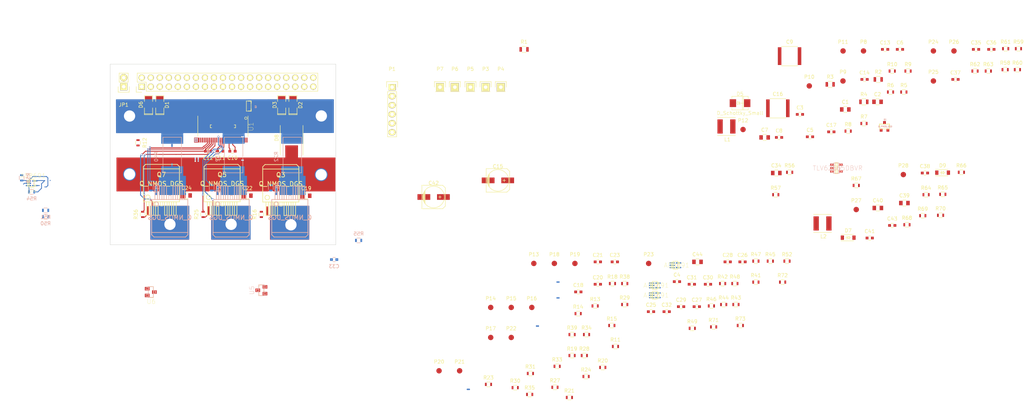
<source format=kicad_pcb>
(kicad_pcb (version 4) (host pcbnew "(2015-05-26 BZR 5684)-product")
  (layers (0 F.Cu mixed) (1 In1.Cu mixed hide) (2 In2.Cu mixed hide) (31 B.Cu mixed) (34 B.Paste user) (35 F.Paste user) (36 B.SilkS user) (37 F.SilkS user) (38 B.Mask user) (39 F.Mask user) (44 Edge.Cuts user))
  (net 0 "")
  (net 1 "Net-(C1-Pad1)")
  (net 2 GND)
  (net 3 "Net-(C2-Pad1)")
  (net 4 "Net-(C3-Pad1)")
  (net 5 "Net-(C3-Pad2)")
  (net 6 3V3)
  (net 7 "Net-(C5-Pad1)")
  (net 8 "Net-(C6-Pad1)")
  (net 9 "Net-(C7-Pad1)")
  (net 10 PVDD)
  (net 11 "Net-(C10-Pad1)")
  (net 12 "/MOSFET Array/MOTOR_A")
  (net 13 "Net-(C11-Pad1)")
  (net 14 "/MOSFET Array/MOTOR_B")
  (net 15 "Net-(C12-Pad1)")
  (net 16 "/MOSFET Array/MOTOR_C")
  (net 17 "Net-(C13-Pad1)")
  (net 18 "Net-(C13-Pad2)")
  (net 19 5V)
  (net 20 "Net-(C17-Pad1)")
  (net 21 "/MOSFET Array/CEMF")
  (net 22 "/MOSFET Array/BEMF")
  (net 23 "/MOSFET Array/AEMF")
  (net 24 "/MOSFET Array/MOTOR_N")
  (net 25 "/MOSFET Array/CUR_AP")
  (net 26 "/MOSFET Array/CUR_AN")
  (net 27 "/MOSFET Array/CUR_BP")
  (net 28 "/MOSFET Array/CUR_BN")
  (net 29 "/Shunt Amplifiers/IA")
  (net 30 "/MOSFET Array/CUR_CP")
  (net 31 "/MOSFET Array/CUR_CN")
  (net 32 "/Shunt Amplifiers/IB")
  (net 33 "/Shunt Amplifiers/IC")
  (net 34 "/Temperature Sensors/T0")
  (net 35 "/Hall Effect Sensor Filters/HALL_A_OUT")
  (net 36 "/Hall Effect Sensor Filters/HALL_B_OUT")
  (net 37 "/Hall Effect Sensor Filters/HALL_C_OUT")
  (net 38 "/Power Management/DC_IN")
  (net 39 "Net-(C43-Pad2)")
  (net 40 1V65)
  (net 41 "Net-(D1-Pad1)")
  (net 42 /LED_D)
  (net 43 "Net-(D2-Pad1)")
  (net 44 "Net-(D2-Pad2)")
  (net 45 "Net-(D3-Pad1)")
  (net 46 "Net-(D3-Pad2)")
  (net 47 "Net-(D6-Pad1)")
  (net 48 "Net-(JP1-Pad2)")
  (net 49 "Net-(L2-Pad1)")
  (net 50 "/Temperature Sensors/T_MOTOR")
  (net 51 "/Hall Effect Sensor Filters/HALL_A_IN")
  (net 52 "/Hall Effect Sensor Filters/HALL_B_IN")
  (net 53 "/Hall Effect Sensor Filters/HALL_C_IN")
  (net 54 "/FET Driver/SCS")
  (net 55 "/FET Driver/INH_A")
  (net 56 "/FET Driver/SDI")
  (net 57 "/FET Driver/INL_A")
  (net 58 "/FET Driver/SDO")
  (net 59 "/FET Driver/INH_B")
  (net 60 "/FET Driver/SCLK")
  (net 61 "/FET Driver/INL_B")
  (net 62 "/FET Driver/OCTW")
  (net 63 "/FET Driver/INH_C")
  (net 64 "/FET Driver/FAULT")
  (net 65 "/FET Driver/INL_C")
  (net 66 "/FET Driver/EN")
  (net 67 "/FET Driver/DC_CAL")
  (net 68 "Net-(P2-Pad20)")
  (net 69 "/Temperature Sensors/T1")
  (net 70 "/Temperature Sensors/T2")
  (net 71 "Net-(P10-Pad1)")
  (net 72 "Net-(P13-Pad1)")
  (net 73 "Net-(P15-Pad1)")
  (net 74 "Net-(P18-Pad1)")
  (net 75 "Net-(P19-Pad1)")
  (net 76 "Net-(P20-Pad1)")
  (net 77 "Net-(P21-Pad1)")
  (net 78 "Net-(P22-Pad1)")
  (net 79 "/FET Driver/SL_A")
  (net 80 "/FET Driver/SL_B")
  (net 81 "/FET Driver/SL_C")
  (net 82 "Net-(R5-Pad1)")
  (net 83 "Net-(R10-Pad1)")
  (net 84 "/MOSFET Array/A_HI")
  (net 85 "/MOSFET Array/A_LO")
  (net 86 "/MOSFET Array/B_HI")
  (net 87 "/MOSFET Array/B_LO")
  (net 88 "Net-(R27-Pad1)")
  (net 89 "/MOSFET Array/C_HI")
  (net 90 "/MOSFET Array/C_LO")
  (net 91 "Net-(R41-Pad1)")
  (net 92 "Net-(R42-Pad1)")
  (net 93 "Net-(R44-Pad1)")
  (net 94 "Net-(R46-Pad1)")
  (net 95 "Net-(R47-Pad1)")
  (net 96 "Net-(R49-Pad1)")
  (net 97 "Net-(R50-Pad1)")
  (net 98 "Net-(R51-Pad1)")
  (net 99 "Net-(R54-Pad1)")
  (net 100 "Net-(R68-Pad2)")
  (net 101 "Net-(R71-Pad1)")
  (net 102 "Net-(R73-Pad2)")
  (net 103 "Net-(U1-Pad4)")
  (net 104 "Net-(U1-Pad25)")
  (net 105 "Net-(U1-Pad26)")
  (net 106 "Net-(U1-Pad30)")
  (net 107 "Net-(U1-Pad31)")
  (net 108 "Net-(U1-Pad32)")
  (net 109 "Net-(U1-Pad33)")
  (net 110 "Net-(U1-Pad55)")
  (module hackvia:hack-via (layer F.Cu) (at 156.4386 98.1456)
    (fp_text reference REF** hide)
    (fp_text value hack-via hide)
    (pad 1 thru_hole circle (at 0 0) (size 0.4064 0.4064) (drill 0.3302) (layers *.Cu) (net 10 PVDD))
  )
  (module hackvia:hack-via (layer F.Cu) (at 156.8196 98.1456)
    (fp_text reference REF** hide)
    (fp_text value hack-via hide)
    (pad 1 thru_hole circle (at 0 0) (size 0.4064 0.4064) (drill 0.3302) (layers *.Cu) (net 10 PVDD))
  )
  (module hackvia:hack-via (layer F.Cu) (at 156.8196 91.5416)
    (fp_text reference REF** hide)
    (fp_text value hack-via hide)
    (pad 1 thru_hole circle (at 0 0) (size 0.4064 0.4064) (drill 0.3302) (layers *.Cu) (net 10 PVDD))
  )
  (module hackvia:hack-via (layer F.Cu) (at 156.4132 91.5416)
    (fp_text reference REF** hide)
    (fp_text value hack-via hide)
    (pad 1 thru_hole circle (at 0 0) (size 0.4064 0.4064) (drill 0.3302) (layers *.Cu) (net 10 PVDD))
  )
  (module hackvia:hack-via (layer F.Cu) (at 144.1704 97.5868)
    (fp_text reference REF** hide)
    (fp_text value hack-via hide)
    (pad 1 thru_hole circle (at 0 0) (size 0.4064 0.4064) (drill 0.3302) (layers *.Cu) (net 10 PVDD))
  )
  (module hackvia:hack-via (layer F.Cu) (at 143.3322 97.5868)
    (fp_text reference REF** hide)
    (fp_text value hack-via hide)
    (pad 1 thru_hole circle (at 0 0) (size 0.4064 0.4064) (drill 0.3302) (layers *.Cu) (net 10 PVDD))
  )
  (module hackvia:hack-via (layer F.Cu) (at 143.8148 92.8624)
    (fp_text reference REF** hide)
    (fp_text value hack-via hide)
    (pad 1 thru_hole circle (at 0 0) (size 0.4064 0.4064) (drill 0.3302) (layers *.Cu) (net 10 PVDD))
  )
  (module hackvia:hack-via (layer F.Cu) (at 143.2814 92.8624)
    (fp_text reference REF** hide)
    (fp_text value hack-via hide)
    (pad 1 thru_hole circle (at 0 0) (size 0.4064 0.4064) (drill 0.3302) (layers *.Cu) (net 10 PVDD))
  )
  (module hackvia:hack-via (layer F.Cu) (at 143.8148 92.075)
    (fp_text reference REF** hide)
    (fp_text value hack-via hide)
    (pad 1 thru_hole circle (at 0 0) (size 0.4064 0.4064) (drill 0.3302) (layers *.Cu) (net 10 PVDD))
  )
  (module hackvia:hack-via (layer F.Cu) (at 143.8148 92.456)
    (fp_text reference REF** hide)
    (fp_text value hack-via hide)
    (pad 1 thru_hole circle (at 0 0) (size 0.4064 0.4064) (drill 0.3302) (layers *.Cu) (net 10 PVDD))
  )
  (module hackvia:hack-via (layer F.Cu) (at 143.2814 92.456)
    (fp_text reference REF** hide)
    (fp_text value hack-via hide)
    (pad 1 thru_hole circle (at 0 0) (size 0.4064 0.4064) (drill 0.3302) (layers *.Cu) (net 10 PVDD))
  )
  (module hackvia:hack-via (layer F.Cu) (at 143.2814 92.075)
    (fp_text reference REF** hide)
    (fp_text value hack-via hide)
    (pad 1 thru_hole circle (at 0 0) (size 0.4064 0.4064) (drill 0.3302) (layers *.Cu) (net 10 PVDD))
  )
  (module hackvia:hack-via (layer F.Cu) (at 144.1704 97.9932)
    (fp_text reference REF** hide)
    (fp_text value hack-via hide)
    (pad 1 thru_hole circle (at 0 0) (size 0.4064 0.4064) (drill 0.3302) (layers *.Cu) (net 10 PVDD))
  )
  (module hackvia:hack-via (layer F.Cu) (at 143.3322 97.9932)
    (fp_text reference REF** hide)
    (fp_text value hack-via hide)
    (pad 1 thru_hole circle (at 0 0) (size 0.4064 0.4064) (drill 0.3302) (layers *.Cu) (net 10 PVDD))
  )
  (module hackvia:hack-via (layer F.Cu) (at 144.1704 98.425)
    (fp_text reference REF** hide)
    (fp_text value hack-via hide)
    (pad 1 thru_hole circle (at 0 0) (size 0.4064 0.4064) (drill 0.3302) (layers *.Cu) (net 10 PVDD))
  )
  (module hackvia:hack-via (layer F.Cu) (at 177.3555 92.075)
    (fp_text reference REF** hide)
    (fp_text value hack-via hide)
    (pad 1 thru_hole circle (at 1.397 10.16) (size 3.683 3.683) (drill 3.175) (layers *.Cu) (net 10 PVDD))
  )
  (module hackvia:hack-via (layer F.Cu) (at 123.444 91.948)
    (fp_text reference REF** hide)
    (fp_text value hack-via hide)
    (pad 1 thru_hole circle (at 1.397 10.16) (size 3.683 3.683) (drill 3.175) (layers *.Cu) (net 10 PVDD))
  )
  (module hackvia:hack-via (layer F.Cu) (at 138.43 79.375)
    (fp_text reference REF** hide)
    (fp_text value hack-via hide)
    (pad 1 thru_hole circle (at -13.589 6.35) (size 3.683 3.683) (drill 3.175) (layers *.Cu) (net 2 GND))
  )
  (module hackvia:hack-via (layer F.Cu) (at 178.689 75.565)
    (fp_text reference REF** hide)
    (fp_text value hack-via hide)
    (pad 1 thru_hole circle (at 0.1016 10.1346) (size 3.683 3.683) (drill 3.175) (layers *.Cu) (net 2 GND))
  )
  (module hackvia:hack-via (layer F.Cu) (at 153.67 107.696)
    (fp_text reference REF** hide)
    (fp_text value hack-via hide)
    (pad 1 thru_hole circle (at -0.254 8.509) (size 3.683 3.683) (drill 3.175) (layers *.Cu) (net 14 "/MOSFET Array/MOTOR_B"))
  )
  (module hackvia:hack-via (layer F.Cu) (at 136.8425 106.045)
    (fp_text reference REF** hide)
    (fp_text value hack-via hide)
    (pad 1 thru_hole circle (at -0.635 10.16) (size 3.683 3.683) (drill 3.175) (layers *.Cu) (net 16 "/MOSFET Array/MOTOR_C"))
  )
  (module Capacitors_SMD:C_0805 (layer F.Cu) (at 326.203001 83.879)
    (fp_text reference C1 (at 0 -2.1) (layer F.SilkS))
    (fp_text value 2.2u)
    (pad 1 smd rect (at -1 0) (size 1 1.25) (layers F.Cu F.Paste F.Mask) (net 1 "Net-(C1-Pad1)"))
    (pad 2 smd rect (at 1 0) (size 1 1.25) (layers F.Cu F.Paste F.Mask) (net 2 GND))
  )
  (module Capacitors_SMD:C_0805 (layer F.Cu) (at 335.273001 81.729)
    (fp_text reference C2 (at 0 -2.1) (layer F.SilkS))
    (fp_text value 1u)
    (pad 1 smd rect (at -1 0) (size 1 1.25) (layers F.Cu F.Paste F.Mask) (net 3 "Net-(C2-Pad1)"))
    (pad 2 smd rect (at 1 0) (size 1 1.25) (layers F.Cu F.Paste F.Mask) (net 2 GND))
  )
  (module Capacitors_SMD:C_0805 (layer F.Cu) (at 303.513001 91.749)
    (fp_text reference C7 (at 0 -2.1) (layer F.SilkS))
    (fp_text value 1u)
    (pad 1 smd rect (at -1 0) (size 1 1.25) (layers F.Cu F.Paste F.Mask) (net 9 "Net-(C7-Pad1)"))
    (pad 2 smd rect (at 1 0) (size 1 1.25) (layers F.Cu F.Paste F.Mask) (net 2 GND))
  )
  (module Capacitors_SMD:C_2220 (layer F.Cu) (at 310.523001 68.879)
    (fp_text reference C9 (at 0 -4) (layer F.SilkS))
    (fp_text value 10u)
    (pad 1 smd rect (at -2.8 0) (size 1 5) (layers F.Cu F.Paste F.Mask) (net 10 PVDD))
    (pad 2 smd rect (at 2.8 0) (size 1 5) (layers F.Cu F.Paste F.Mask) (net 2 GND))
  )
  (module Capacitors_SMD:c_elec_6.3x7.7 (layer F.Cu) (at 228.473 103.8352)
    (fp_text reference C15 (at 0 -3.937) (layer F.SilkS))
    (fp_text value 100u)
    (pad 1 smd rect (at 2.75082 0) (size 3.59918 1.6002) (layers F.Cu F.Paste F.Mask) (net 19 5V))
    (pad 2 smd rect (at -2.75082 0) (size 3.59918 1.6002) (layers F.Cu F.Paste F.Mask) (net 2 GND))
  )
  (module Capacitors_SMD:C_2220 (layer F.Cu) (at 307.223001 83.549)
    (fp_text reference C16 (at 0 -4) (layer F.SilkS))
    (fp_text value 10u)
    (pad 1 smd rect (at -2.8 0) (size 1 5) (layers F.Cu F.Paste F.Mask) (net 10 PVDD))
    (pad 2 smd rect (at 2.8 0) (size 1 5) (layers F.Cu F.Paste F.Mask) (net 2 GND))
  )
  (module Capacitors_SMD:C_0805 (layer F.Cu) (at 174.5234 108.1659)
    (fp_text reference C19 (at 0 -2.1) (layer F.SilkS))
    (fp_text value 2.2u)
    (pad 1 smd rect (at -1 0) (size 1 1.25) (layers F.Cu F.Paste F.Mask) (net 10 PVDD))
    (pad 2 smd rect (at 1 0) (size 1 1.25) (layers F.Cu F.Paste F.Mask) (net 2 GND))
  )
  (module Capacitors_SMD:C_0805 (layer F.Cu) (at 157.9753 108.1278)
    (fp_text reference C22 (at 0 -2.1) (layer F.SilkS))
    (fp_text value 2.2u)
    (pad 1 smd rect (at -1 0) (size 1 1.25) (layers F.Cu F.Paste F.Mask) (net 10 PVDD))
    (pad 2 smd rect (at 1 0) (size 1 1.25) (layers F.Cu F.Paste F.Mask) (net 2 GND))
  )
  (module Capacitors_SMD:C_0805 (layer F.Cu) (at 140.8811 108.077)
    (fp_text reference C24 (at 0 -2.1) (layer F.SilkS))
    (fp_text value 2.2u)
    (pad 1 smd rect (at -1 0) (size 1 1.25) (layers F.Cu F.Paste F.Mask) (net 10 PVDD))
    (pad 2 smd rect (at 1 0) (size 1 1.25) (layers F.Cu F.Paste F.Mask) (net 2 GND))
  )
  (module Capacitors_SMD:C_0805 (layer F.Cu) (at 306.793001 101.759)
    (fp_text reference C34 (at 0 -2.1) (layer F.SilkS))
    (fp_text value 2.2u)
    (pad 1 smd rect (at -1 0) (size 1 1.25) (layers F.Cu F.Paste F.Mask) (net 34 "/Temperature Sensors/T0"))
    (pad 2 smd rect (at 1 0) (size 1 1.25) (layers F.Cu F.Paste F.Mask) (net 2 GND))
  )
  (module Capacitors_SMD:C_0805 (layer F.Cu) (at 342.833001 110.209)
    (fp_text reference C39 (at 0 -2.1) (layer F.SilkS))
    (fp_text value 2.2u)
    (pad 1 smd rect (at -1 0) (size 1 1.25) (layers F.Cu F.Paste F.Mask) (net 10 PVDD))
    (pad 2 smd rect (at 1 0) (size 1 1.25) (layers F.Cu F.Paste F.Mask) (net 2 GND))
  )
  (module Capacitors_SMD:C_0805 (layer F.Cu) (at 335.363001 111.599)
    (fp_text reference C40 (at 0 -2.1) (layer F.SilkS))
    (fp_text value 1u)
    (pad 1 smd rect (at -1 0) (size 1 1.25) (layers F.Cu F.Paste F.Mask) (net 10 PVDD))
    (pad 2 smd rect (at 1 0) (size 1 1.25) (layers F.Cu F.Paste F.Mask) (net 2 GND))
  )
  (module Capacitors_SMD:c_elec_6.3x7.7 (layer F.Cu) (at 210.3882 108.5088)
    (fp_text reference C42 (at 0 -3.937) (layer F.SilkS))
    (fp_text value 100u)
    (pad 1 smd rect (at 2.75082 0) (size 3.59918 1.6002) (layers F.Cu F.Paste F.Mask) (net 6 3V3))
    (pad 2 smd rect (at -2.75082 0) (size 3.59918 1.6002) (layers F.Cu F.Paste F.Mask) (net 2 GND))
  )
  (module Capacitors_SMD:C_0805 (layer F.Cu) (at 284.623001 126.759)
    (fp_text reference C44 (at 0 -2.1) (layer F.SilkS))
    (fp_text value 2.2u)
    (pad 1 smd rect (at -1 0) (size 1 1.25) (layers F.Cu F.Paste F.Mask) (net 40 1V65))
    (pad 2 smd rect (at 1 0) (size 1 1.25) (layers F.Cu F.Paste F.Mask) (net 2 GND))
  )
  (module SMD_Packages:SMD-1206_Pol (layer F.Cu) (at 133.35 82.55 90)
    (fp_text reference D1 (at -0.062001 2.010999 90) (layer F.SilkS))
    (fp_text value LED)
    (pad 1 smd rect (at -1.651 0 90) (size 1.524 2.032) (layers F.Cu F.Paste F.Mask) (net 41 "Net-(D1-Pad1)"))
    (pad 2 smd rect (at 1.651 0 90) (size 1.524 2.032) (layers F.Cu F.Paste F.Mask) (net 42 /LED_D))
  )
  (module SMD_Packages:SMD-1206_Pol (layer F.Cu) (at 170.815 82.55 90)
    (fp_text reference D2 (at -0.127 2.0955 90) (layer F.SilkS))
    (fp_text value RED)
    (pad 1 smd rect (at -1.651 0 90) (size 1.524 2.032) (layers F.Cu F.Paste F.Mask) (net 43 "Net-(D2-Pad1)"))
    (pad 2 smd rect (at 1.651 0 90) (size 1.524 2.032) (layers F.Cu F.Paste F.Mask) (net 44 "Net-(D2-Pad2)"))
  )
  (module SMD_Packages:SMD-1206_Pol (layer F.Cu) (at 167.64 82.55 90)
    (fp_text reference D3 (at -0.0635 -1.9685 90) (layer F.SilkS))
    (fp_text value YELLOW)
    (pad 1 smd rect (at -1.651 0 90) (size 1.524 2.032) (layers F.Cu F.Paste F.Mask) (net 45 "Net-(D3-Pad1)"))
    (pad 2 smd rect (at 1.651 0 90) (size 1.524 2.032) (layers F.Cu F.Paste F.Mask) (net 46 "Net-(D3-Pad2)"))
  )
  (module "DO-214AA(SMB):DO-214AA(SMB)" (layer F.Cu) (at 296.590287 82.104562)
    (fp_text reference D5 (at 0 -2.60096) (layer F.SilkS) (effects (font (size 1.00076 1.00076) (thickness 0.11938))))
    (fp_text value D_Schottky_Small (at 0 2.79908) (layer F.SilkS) (effects (font (size 1.00076 1.00076) (thickness 0.11938))))
    (pad 1 smd rect (at -2.0066 0) (size 1.80086 2.19964) (layers F.Cu F.Paste F.Mask) (net 18 "Net-(C13-Pad2)"))
    (pad 2 smd rect (at 2.0066 0) (size 1.80086 2.19964) (layers F.Cu F.Paste F.Mask) (net 2 GND))
  )
  (module SMD_Packages:SMD-1206_Pol (layer F.Cu) (at 130.175 82.55 90)
    (fp_text reference D6 (at 0 -2.159 90) (layer F.SilkS))
    (fp_text value GREEN)
    (pad 1 smd rect (at -1.651 0 90) (size 1.524 2.032) (layers F.Cu F.Paste F.Mask) (net 47 "Net-(D6-Pad1)"))
    (pad 2 smd rect (at 1.651 0 90) (size 1.524 2.032) (layers F.Cu F.Paste F.Mask) (net 6 3V3))
  )
  (module Diodes_SMD:SOD-123 (layer F.Cu) (at 327.014905 119.949)
    (fp_text reference D7 (at 0 -2) (layer F.SilkS))
    (fp_text value "3.3 Vbkdn")
    (pad 1 smd rect (at -1.635 0) (size 0.91 1.22) (layers F.Cu F.Paste F.Mask) (net 6 3V3))
    (pad 2 smd rect (at 1.635 0) (size 0.91 1.22) (layers F.Cu F.Paste F.Mask) (net 2 GND))
  )
  (module Diodes_SMD:Diode-DO-214AB (layer F.Cu) (at 170.434 91.8718 90)
    (fp_text reference D8 (at 0 -4.2 90) (layer F.SilkS))
    (fp_text value TVS)
    (pad 2 smd rect (at 3.6 0 90) (size 2.6 3.2) (layers F.Cu F.Paste F.Mask) (net 2 GND))
    (pad 1 smd rect (at -3.6 0 90) (size 2.6 3.2) (layers F.Cu F.Paste F.Mask) (net 10 PVDD))
  )
  (module Diodes_SMD:SOD-123 (layer F.Cu) (at 353.579667 101.659)
    (fp_text reference D9 (at 0 -2) (layer F.SilkS))
    (fp_text value 5Vbkdn)
    (pad 1 smd rect (at -1.635 0) (size 0.91 1.22) (layers F.Cu F.Paste F.Mask) (net 19 5V))
    (pad 2 smd rect (at 1.635 0) (size 0.91 1.22) (layers F.Cu F.Paste F.Mask) (net 2 GND))
  )
  (module Pin_Headers:Pin_Header_Straight_1x02 (layer F.Cu) (at 123.19 77.47 180)
    (fp_text reference JP1 (at 0 -5.1 180) (layer F.SilkS))
    (fp_text value JUMPER)
    (pad 1 thru_hole rect (at 0 0 180) (size 2.032 2.032) (drill 1.016) (layers *.Cu *.Mask F.SilkS) (net 6 3V3))
    (pad 2 thru_hole oval (at 0 2.54 180) (size 2.032 2.032) (drill 1.016) (layers *.Cu *.Mask F.SilkS) (net 48 "Net-(JP1-Pad2)"))
  )
  (module hackvia:SMD_inductor_5x4mm (layer F.Cu) (at 290.228 90.662901)
    (fp_text reference L1 (at 2.794 1.6764) (layer F.SilkS))
    (fp_text value 22u hide)
    (pad 2 smd rect (at 4.3307 -1.9939) (size 1.4986 3.9878) (layers F.Cu F.Paste F.Mask) (net 19 5V))
    (pad 1 smd rect (at 0.7493 -1.9939) (size 1.4986 3.9878) (layers F.Cu F.Paste F.Mask) (net 18 "Net-(C13-Pad2)"))
  )
  (module hackvia:SMD_inductor_5x4mm (layer F.Cu) (at 317.258 117.942901)
    (fp_text reference L2 (at 2.794 1.6764) (layer F.SilkS))
    (fp_text value 2.2u hide)
    (pad 2 smd rect (at 4.3307 -1.9939) (size 1.4986 3.9878) (layers F.Cu F.Paste F.Mask) (net 6 3V3))
    (pad 1 smd rect (at 0.7493 -1.9939) (size 1.4986 3.9878) (layers F.Cu F.Paste F.Mask) (net 49 "Net-(L2-Pad1)"))
  )
  (module Pin_Headers:Pin_Header_Straight_1x06 (layer F.Cu) (at 198.706333 77.599)
    (fp_text reference P1 (at 0 -5.1) (layer F.SilkS))
    (fp_text value CONN_01X06)
    (pad 1 thru_hole rect (at 0 0) (size 2.032 1.7272) (drill 1.016) (layers *.Cu *.Mask F.SilkS) (net 19 5V))
    (pad 2 thru_hole oval (at 0 2.54) (size 2.032 1.7272) (drill 1.016) (layers *.Cu *.Mask F.SilkS) (net 2 GND))
    (pad 3 thru_hole oval (at 0 5.08) (size 2.032 1.7272) (drill 1.016) (layers *.Cu *.Mask F.SilkS) (net 50 "/Temperature Sensors/T_MOTOR"))
    (pad 4 thru_hole oval (at 0 7.62) (size 2.032 1.7272) (drill 1.016) (layers *.Cu *.Mask F.SilkS) (net 51 "/Hall Effect Sensor Filters/HALL_A_IN"))
    (pad 5 thru_hole oval (at 0 10.16) (size 2.032 1.7272) (drill 1.016) (layers *.Cu *.Mask F.SilkS) (net 52 "/Hall Effect Sensor Filters/HALL_B_IN"))
    (pad 6 thru_hole oval (at 0 12.7) (size 2.032 1.7272) (drill 1.016) (layers *.Cu *.Mask F.SilkS) (net 53 "/Hall Effect Sensor Filters/HALL_C_IN"))
  )
  (module Pin_Headers:Pin_Header_Straight_2x20 (layer F.Cu) (at 128.27 77.47 90)
    (fp_text reference P2 (at 0 -5.1 90) (layer F.SilkS))
    (fp_text value CONN_02X20 hide)
    (pad 1 thru_hole rect (at 0 0 90) (size 1.7272 1.7272) (drill 1.016) (layers *.Cu *.Mask F.SilkS) (net 48 "Net-(JP1-Pad2)"))
    (pad 2 thru_hole oval (at 2.54 0 90) (size 1.7272 1.7272) (drill 1.016) (layers *.Cu *.Mask F.SilkS) (net 2 GND))
    (pad 3 thru_hole oval (at 0 2.54 90) (size 1.7272 1.7272) (drill 1.016) (layers *.Cu *.Mask F.SilkS) (net 48 "Net-(JP1-Pad2)"))
    (pad 4 thru_hole oval (at 2.54 2.54 90) (size 1.7272 1.7272) (drill 1.016) (layers *.Cu *.Mask F.SilkS) (net 2 GND))
    (pad 5 thru_hole oval (at 0 5.08 90) (size 1.7272 1.7272) (drill 1.016) (layers *.Cu *.Mask F.SilkS) (net 42 /LED_D))
    (pad 6 thru_hole oval (at 2.54 5.08 90) (size 1.7272 1.7272) (drill 1.016) (layers *.Cu *.Mask F.SilkS) (net 23 "/MOSFET Array/AEMF"))
    (pad 7 thru_hole oval (at 0 7.62 90) (size 1.7272 1.7272) (drill 1.016) (layers *.Cu *.Mask F.SilkS) (net 65 "/FET Driver/INL_C"))
    (pad 8 thru_hole oval (at 2.54 7.62 90) (size 1.7272 1.7272) (drill 1.016) (layers *.Cu *.Mask F.SilkS) (net 22 "/MOSFET Array/BEMF"))
    (pad 9 thru_hole oval (at 0 10.16 90) (size 1.7272 1.7272) (drill 1.016) (layers *.Cu *.Mask F.SilkS) (net 63 "/FET Driver/INH_C"))
    (pad 10 thru_hole oval (at 2.54 10.16 90) (size 1.7272 1.7272) (drill 1.016) (layers *.Cu *.Mask F.SilkS) (net 21 "/MOSFET Array/CEMF"))
    (pad 11 thru_hole oval (at 0 12.7 90) (size 1.7272 1.7272) (drill 1.016) (layers *.Cu *.Mask F.SilkS) (net 61 "/FET Driver/INL_B"))
    (pad 12 thru_hole oval (at 2.54 12.7 90) (size 1.7272 1.7272) (drill 1.016) (layers *.Cu *.Mask F.SilkS) (net 24 "/MOSFET Array/MOTOR_N"))
    (pad 13 thru_hole oval (at 0 15.24 90) (size 1.7272 1.7272) (drill 1.016) (layers *.Cu *.Mask F.SilkS) (net 59 "/FET Driver/INH_B"))
    (pad 14 thru_hole oval (at 2.54 15.24 90) (size 1.7272 1.7272) (drill 1.016) (layers *.Cu *.Mask F.SilkS) (net 34 "/Temperature Sensors/T0"))
    (pad 15 thru_hole oval (at 0 17.78 90) (size 1.7272 1.7272) (drill 1.016) (layers *.Cu *.Mask F.SilkS) (net 57 "/FET Driver/INL_A"))
    (pad 16 thru_hole oval (at 2.54 17.78 90) (size 1.7272 1.7272) (drill 1.016) (layers *.Cu *.Mask F.SilkS) (net 69 "/Temperature Sensors/T1"))
    (pad 17 thru_hole oval (at 0 20.32 90) (size 1.7272 1.7272) (drill 1.016) (layers *.Cu *.Mask F.SilkS) (net 55 "/FET Driver/INH_A"))
    (pad 18 thru_hole oval (at 2.54 20.32 90) (size 1.7272 1.7272) (drill 1.016) (layers *.Cu *.Mask F.SilkS) (net 70 "/Temperature Sensors/T2"))
    (pad 19 thru_hole oval (at 0 22.86 90) (size 1.7272 1.7272) (drill 1.016) (layers *.Cu *.Mask F.SilkS) (net 66 "/FET Driver/EN"))
    (pad 20 thru_hole oval (at 2.54 22.86 90) (size 1.7272 1.7272) (drill 1.016) (layers *.Cu *.Mask F.SilkS) (net 68 "Net-(P2-Pad20)"))
    (pad 21 thru_hole oval (at 0 25.4 90) (size 1.7272 1.7272) (drill 1.016) (layers *.Cu *.Mask F.SilkS) (net 67 "/FET Driver/DC_CAL"))
    (pad 22 thru_hole oval (at 2.54 25.4 90) (size 1.7272 1.7272) (drill 1.016) (layers *.Cu *.Mask F.SilkS) (net 29 "/Shunt Amplifiers/IA"))
    (pad 23 thru_hole oval (at 0 27.94 90) (size 1.7272 1.7272) (drill 1.016) (layers *.Cu *.Mask F.SilkS) (net 60 "/FET Driver/SCLK"))
    (pad 24 thru_hole oval (at 2.54 27.94 90) (size 1.7272 1.7272) (drill 1.016) (layers *.Cu *.Mask F.SilkS) (net 32 "/Shunt Amplifiers/IB"))
    (pad 25 thru_hole oval (at 0 30.48 90) (size 1.7272 1.7272) (drill 1.016) (layers *.Cu *.Mask F.SilkS) (net 58 "/FET Driver/SDO"))
    (pad 26 thru_hole oval (at 2.54 30.48 90) (size 1.7272 1.7272) (drill 1.016) (layers *.Cu *.Mask F.SilkS) (net 33 "/Shunt Amplifiers/IC"))
    (pad 27 thru_hole oval (at 0 33.02 90) (size 1.7272 1.7272) (drill 1.016) (layers *.Cu *.Mask F.SilkS) (net 56 "/FET Driver/SDI"))
    (pad 28 thru_hole oval (at 2.54 33.02 90) (size 1.7272 1.7272) (drill 1.016) (layers *.Cu *.Mask F.SilkS) (net 35 "/Hall Effect Sensor Filters/HALL_A_OUT"))
    (pad 29 thru_hole oval (at 0 35.56 90) (size 1.7272 1.7272) (drill 1.016) (layers *.Cu *.Mask F.SilkS) (net 54 "/FET Driver/SCS"))
    (pad 30 thru_hole oval (at 2.54 35.56 90) (size 1.7272 1.7272) (drill 1.016) (layers *.Cu *.Mask F.SilkS) (net 36 "/Hall Effect Sensor Filters/HALL_B_OUT"))
    (pad 31 thru_hole oval (at 0 38.1 90) (size 1.7272 1.7272) (drill 1.016) (layers *.Cu *.Mask F.SilkS) (net 62 "/FET Driver/OCTW"))
    (pad 32 thru_hole oval (at 2.54 38.1 90) (size 1.7272 1.7272) (drill 1.016) (layers *.Cu *.Mask F.SilkS) (net 37 "/Hall Effect Sensor Filters/HALL_C_OUT"))
    (pad 33 thru_hole oval (at 0 40.64 90) (size 1.7272 1.7272) (drill 1.016) (layers *.Cu *.Mask F.SilkS) (net 64 "/FET Driver/FAULT"))
    (pad 34 thru_hole oval (at 2.54 40.64 90) (size 1.7272 1.7272) (drill 1.016) (layers *.Cu *.Mask F.SilkS) (net 38 "/Power Management/DC_IN"))
    (pad 35 thru_hole oval (at 0 43.18 90) (size 1.7272 1.7272) (drill 1.016) (layers *.Cu *.Mask F.SilkS) (net 2 GND))
    (pad 36 thru_hole oval (at 2.54 43.18 90) (size 1.7272 1.7272) (drill 1.016) (layers *.Cu *.Mask F.SilkS) (net 2 GND))
    (pad 37 thru_hole oval (at 0 45.72 90) (size 1.7272 1.7272) (drill 1.016) (layers *.Cu *.Mask F.SilkS) (net 2 GND))
    (pad 38 thru_hole oval (at 2.54 45.72 90) (size 1.7272 1.7272) (drill 1.016) (layers *.Cu *.Mask F.SilkS) (net 2 GND))
    (pad 39 thru_hole oval (at 0 48.26 90) (size 1.7272 1.7272) (drill 1.016) (layers *.Cu *.Mask F.SilkS) (net 2 GND))
    (pad 40 thru_hole oval (at 2.54 48.26 90) (size 1.7272 1.7272) (drill 1.016) (layers *.Cu *.Mask F.SilkS) (net 2 GND))
  )
  (module Pin_Headers:Pin_Header_Straight_1x01 (layer F.Cu) (at 225.016333 77.599)
    (fp_text reference P3 (at 0 -5.1) (layer F.SilkS))
    (fp_text value CH_A)
    (pad 1 thru_hole rect (at 0 0) (size 2.2352 2.2352) (drill 1.016) (layers *.Cu *.Mask F.SilkS) (net 12 "/MOSFET Array/MOTOR_A"))
  )
  (module Pin_Headers:Pin_Header_Straight_1x01 (layer F.Cu) (at 229.297762 77.599)
    (fp_text reference P4 (at 0 -5.1) (layer F.SilkS))
    (fp_text value CH_B)
    (pad 1 thru_hole rect (at 0 0) (size 2.2352 2.2352) (drill 1.016) (layers *.Cu *.Mask F.SilkS) (net 14 "/MOSFET Array/MOTOR_B"))
  )
  (module Pin_Headers:Pin_Header_Straight_1x01 (layer F.Cu) (at 220.737762 77.599)
    (fp_text reference P5 (at 0 -5.1) (layer F.SilkS))
    (fp_text value CH_C)
    (pad 1 thru_hole rect (at 0 0) (size 2.2352 2.2352) (drill 1.016) (layers *.Cu *.Mask F.SilkS) (net 16 "/MOSFET Array/MOTOR_C"))
  )
  (module Pin_Headers:Pin_Header_Straight_1x01 (layer F.Cu) (at 216.361571 77.599)
    (fp_text reference P6 (at 0 -5.1) (layer F.SilkS))
    (fp_text value PVDD)
    (pad 1 thru_hole rect (at 0 0) (size 2.2352 2.2352) (drill 1.016) (layers *.Cu *.Mask F.SilkS) (net 10 PVDD))
  )
  (module Pin_Headers:Pin_Header_Straight_1x01 (layer F.Cu) (at 212.183001 77.599)
    (fp_text reference P7 (at 0 -5.1) (layer F.SilkS))
    (fp_text value GND)
    (pad 1 thru_hole rect (at 0 0) (size 2.2352 2.2352) (drill 1.016) (layers *.Cu *.Mask F.SilkS) (net 2 GND))
  )
  (module SparkFun:SparkFun-SOT23-3 (layer F.Cu) (at 337.233516 88.69303)
    (fp_text reference Q1 (at 0.1905 -1.9812) (layer B.SilkS) (effects (font (size 0.4064 0.4064) (thickness 0.0889))))
    (fp_text value Q_PMOS_GSD (at 0.2032 -0.0127) (layer B.SilkS) (effects (font (size 0.4064 0.4064) (thickness 0.0889))))
    (pad 1 smd rect (at -0.94996 0.99822) (size 0.79756 0.89916) (layers F.Cu F.Paste F.Mask) (net 64 "/FET Driver/FAULT"))
    (pad 2 smd rect (at 0.94996 0.99822) (size 0.79756 0.89916) (layers F.Cu F.Paste F.Mask) (net 6 3V3))
    (pad 3 smd rect (at 0 -1.09982) (size 0.79756 0.89916) (layers F.Cu F.Paste F.Mask) (net 44 "Net-(D2-Pad2)"))
  )
  (module SparkFun:SparkFun-SOT23-3 (layer F.Cu) (at 158.369 82.931 270)
    (fp_text reference Q2 (at 0.1905 -1.9812 270) (layer B.SilkS) (effects (font (size 0.4064 0.4064) (thickness 0.0889))))
    (fp_text value Q_PMOS_GSD hide)
    (pad 1 smd rect (at -0.94996 0.99822 270) (size 0.79756 0.89916) (layers F.Cu F.Paste F.Mask) (net 62 "/FET Driver/OCTW"))
    (pad 2 smd rect (at 0.94996 0.99822 270) (size 0.79756 0.89916) (layers F.Cu F.Paste F.Mask) (net 6 3V3))
    (pad 3 smd rect (at 0 -1.09982 270) (size 0.79756 0.89916) (layers F.Cu F.Paste F.Mask) (net 46 "Net-(D3-Pad2)"))
  )
  (module hackvia:D2PAK-7 (layer F.Cu) (at 167.386 112.4585)
    (fp_text reference Q3 (at 0 -10.16) (layer F.SilkS) (effects (font (size 1.27 1.27) (thickness 0.2))))
    (fp_text value Q_NMOS_DGS (at 0 -7.62) (layer F.SilkS) (effects (font (size 1.27 1.27) (thickness 0.2))))
    (pad 1 smd rect (at 0 -9.525) (size 10.16 7.62) (layers F.Cu F.Paste F.Mask) (net 10 PVDD))
    (pad 2 smd rect (at -3.81 0) (size 0.7 2.54) (layers F.Cu F.Paste F.Mask) (net 72 "Net-(P13-Pad1)"))
    (pad 3 smd rect (at -2.54 0) (size 0.7 2.54) (layers F.Cu F.Paste F.Mask) (net 12 "/MOSFET Array/MOTOR_A"))
    (pad 3 smd rect (at -1.27 0) (size 0.7 2.54) (layers F.Cu F.Paste F.Mask) (net 12 "/MOSFET Array/MOTOR_A"))
    (pad 3 smd rect (at 1.27 0) (size 0.7 2.54) (layers F.Cu F.Paste F.Mask) (net 12 "/MOSFET Array/MOTOR_A"))
    (pad 3 smd rect (at 2.54 0) (size 0.7 2.54) (layers F.Cu F.Paste F.Mask) (net 12 "/MOSFET Array/MOTOR_A"))
    (pad 3 smd rect (at 3.81 0) (size 0.7 2.54) (layers F.Cu F.Paste F.Mask) (net 12 "/MOSFET Array/MOTOR_A"))
  )
  (module hackvia:D2PAK-7 (layer B.Cu) (at 169.926 106.68)
    (fp_text reference Q4 (at 0 10.16) (layer B.SilkS) (effects (font (size 1.27 1.27) (thickness 0.2)) (justify mirror)))
    (fp_text value Q_NMOS_DGS (at 0 7.62) (layer B.SilkS) (effects (font (size 1.27 1.27) (thickness 0.2)) (justify mirror)))
    (pad 1 smd rect (at 0 9.525) (size 10.16 7.62) (layers B.Cu B.Paste B.Mask) (net 12 "/MOSFET Array/MOTOR_A"))
    (pad 2 smd rect (at -3.81 0) (size 0.7 2.54) (layers B.Cu B.Paste B.Mask) (net 73 "Net-(P15-Pad1)"))
    (pad 3 smd rect (at -2.54 0) (size 0.7 2.54) (layers B.Cu B.Paste B.Mask) (net 79 "/FET Driver/SL_A"))
    (pad 3 smd rect (at -1.27 0) (size 0.7 2.54) (layers B.Cu B.Paste B.Mask) (net 79 "/FET Driver/SL_A"))
    (pad 3 smd rect (at 1.27 0) (size 0.7 2.54) (layers B.Cu B.Paste B.Mask) (net 79 "/FET Driver/SL_A"))
    (pad 3 smd rect (at 2.54 0) (size 0.7 2.54) (layers B.Cu B.Paste B.Mask) (net 79 "/FET Driver/SL_A"))
    (pad 3 smd rect (at 3.81 0) (size 0.7 2.54) (layers B.Cu B.Paste B.Mask) (net 79 "/FET Driver/SL_A"))
  )
  (module hackvia:D2PAK-7 (layer F.Cu) (at 150.876 112.395)
    (fp_text reference Q5 (at 0 -10.16) (layer F.SilkS) (effects (font (size 1.27 1.27) (thickness 0.2))))
    (fp_text value Q_NMOS_DGS (at 0 -7.62) (layer F.SilkS) (effects (font (size 1.27 1.27) (thickness 0.2))))
    (pad 1 smd rect (at 0 -9.525) (size 10.16 7.62) (layers F.Cu F.Paste F.Mask) (net 10 PVDD))
    (pad 2 smd rect (at -3.81 0) (size 0.7 2.54) (layers F.Cu F.Paste F.Mask) (net 74 "Net-(P18-Pad1)"))
    (pad 3 smd rect (at -2.54 0) (size 0.7 2.54) (layers F.Cu F.Paste F.Mask) (net 14 "/MOSFET Array/MOTOR_B"))
    (pad 3 smd rect (at -1.27 0) (size 0.7 2.54) (layers F.Cu F.Paste F.Mask) (net 14 "/MOSFET Array/MOTOR_B"))
    (pad 3 smd rect (at 1.27 0) (size 0.7 2.54) (layers F.Cu F.Paste F.Mask) (net 14 "/MOSFET Array/MOTOR_B"))
    (pad 3 smd rect (at 2.54 0) (size 0.7 2.54) (layers F.Cu F.Paste F.Mask) (net 14 "/MOSFET Array/MOTOR_B"))
    (pad 3 smd rect (at 3.81 0) (size 0.7 2.54) (layers F.Cu F.Paste F.Mask) (net 14 "/MOSFET Array/MOTOR_B"))
  )
  (module hackvia:D2PAK-7 (layer B.Cu) (at 153.416 106.68)
    (fp_text reference Q6 (at 0 10.16) (layer B.SilkS) (effects (font (size 1.27 1.27) (thickness 0.2)) (justify mirror)))
    (fp_text value Q_NMOS_DGS (at 0 7.62) (layer B.SilkS) (effects (font (size 1.27 1.27) (thickness 0.2)) (justify mirror)))
    (pad 1 smd rect (at 0 9.525) (size 10.16 7.62) (layers B.Cu B.Paste B.Mask) (net 14 "/MOSFET Array/MOTOR_B"))
    (pad 2 smd rect (at -3.81 0) (size 0.7 2.54) (layers B.Cu B.Paste B.Mask) (net 75 "Net-(P19-Pad1)"))
    (pad 3 smd rect (at -2.54 0) (size 0.7 2.54) (layers B.Cu B.Paste B.Mask) (net 80 "/FET Driver/SL_B"))
    (pad 3 smd rect (at -1.27 0) (size 0.7 2.54) (layers B.Cu B.Paste B.Mask) (net 80 "/FET Driver/SL_B"))
    (pad 3 smd rect (at 1.27 0) (size 0.7 2.54) (layers B.Cu B.Paste B.Mask) (net 80 "/FET Driver/SL_B"))
    (pad 3 smd rect (at 2.54 0) (size 0.7 2.54) (layers B.Cu B.Paste B.Mask) (net 80 "/FET Driver/SL_B"))
    (pad 3 smd rect (at 3.81 0) (size 0.7 2.54) (layers B.Cu B.Paste B.Mask) (net 80 "/FET Driver/SL_B"))
  )
  (module hackvia:D2PAK-7 (layer F.Cu) (at 133.7945 112.395)
    (fp_text reference Q7 (at 0 -10.16) (layer F.SilkS) (effects (font (size 1.27 1.27) (thickness 0.2))))
    (fp_text value Q_NMOS_DGS (at 0 -7.62) (layer F.SilkS) (effects (font (size 1.27 1.27) (thickness 0.2))))
    (pad 1 smd rect (at 0 -9.525) (size 10.16 7.62) (layers F.Cu F.Paste F.Mask) (net 10 PVDD))
    (pad 2 smd rect (at -3.81 0) (size 0.7 2.54) (layers F.Cu F.Paste F.Mask) (net 77 "Net-(P21-Pad1)"))
    (pad 3 smd rect (at -2.54 0) (size 0.7 2.54) (layers F.Cu F.Paste F.Mask) (net 16 "/MOSFET Array/MOTOR_C"))
    (pad 3 smd rect (at -1.27 0) (size 0.7 2.54) (layers F.Cu F.Paste F.Mask) (net 16 "/MOSFET Array/MOTOR_C"))
    (pad 3 smd rect (at 1.27 0) (size 0.7 2.54) (layers F.Cu F.Paste F.Mask) (net 16 "/MOSFET Array/MOTOR_C"))
    (pad 3 smd rect (at 2.54 0) (size 0.7 2.54) (layers F.Cu F.Paste F.Mask) (net 16 "/MOSFET Array/MOTOR_C"))
    (pad 3 smd rect (at 3.81 0) (size 0.7 2.54) (layers F.Cu F.Paste F.Mask) (net 16 "/MOSFET Array/MOTOR_C"))
  )
  (module hackvia:D2PAK-7 (layer B.Cu) (at 136.144 106.68)
    (fp_text reference Q8 (at 0 10.16) (layer B.SilkS) (effects (font (size 1.27 1.27) (thickness 0.2)) (justify mirror)))
    (fp_text value Q_NMOS_DGS (at 0 7.62) (layer B.SilkS) (effects (font (size 1.27 1.27) (thickness 0.2)) (justify mirror)))
    (pad 1 smd rect (at 0 9.525) (size 10.16 7.62) (layers B.Cu B.Paste B.Mask) (net 16 "/MOSFET Array/MOTOR_C"))
    (pad 2 smd rect (at -3.81 0) (size 0.7 2.54) (layers B.Cu B.Paste B.Mask) (net 78 "Net-(P22-Pad1)"))
    (pad 3 smd rect (at -2.54 0) (size 0.7 2.54) (layers B.Cu B.Paste B.Mask) (net 81 "/FET Driver/SL_C"))
    (pad 3 smd rect (at -1.27 0) (size 0.7 2.54) (layers B.Cu B.Paste B.Mask) (net 81 "/FET Driver/SL_C"))
    (pad 3 smd rect (at 1.27 0) (size 0.7 2.54) (layers B.Cu B.Paste B.Mask) (net 81 "/FET Driver/SL_C"))
    (pad 3 smd rect (at 2.54 0) (size 0.7 2.54) (layers B.Cu B.Paste B.Mask) (net 81 "/FET Driver/SL_C"))
    (pad 3 smd rect (at 3.81 0) (size 0.7 2.54) (layers B.Cu B.Paste B.Mask) (net 81 "/FET Driver/SL_C"))
  )
  (module Resistors_SMD:R_0805 (layer F.Cu) (at 235.833001 66.979)
    (fp_text reference R1 (at 0 -2.1) (layer F.SilkS))
    (fp_text value 100)
    (pad 1 smd rect (at -0.95 0) (size 0.7 1.3) (layers F.Cu F.Paste F.Mask) (net 41 "Net-(D1-Pad1)"))
    (pad 2 smd rect (at 0.95 0) (size 0.7 1.3) (layers F.Cu F.Paste F.Mask) (net 2 GND))
  )
  (module Resistors_SMD:R_0805 (layer F.Cu) (at 335.473001 75.429)
    (fp_text reference R2 (at 0 -2.1) (layer F.SilkS))
    (fp_text value 100)
    (pad 1 smd rect (at -0.95 0) (size 0.7 1.3) (layers F.Cu F.Paste F.Mask) (net 43 "Net-(D2-Pad1)"))
    (pad 2 smd rect (at 0.95 0) (size 0.7 1.3) (layers F.Cu F.Paste F.Mask) (net 2 GND))
  )
  (module Resistors_SMD:R_0805 (layer F.Cu) (at 321.953001 76.819)
    (fp_text reference R3 (at 0 -2.1) (layer F.SilkS))
    (fp_text value 100)
    (pad 1 smd rect (at -0.95 0) (size 0.7 1.3) (layers F.Cu F.Paste F.Mask) (net 45 "Net-(D3-Pad1)"))
    (pad 2 smd rect (at 0.95 0) (size 0.7 1.3) (layers F.Cu F.Paste F.Mask) (net 2 GND))
  )
  (module Resistors_SMD:R_0805 (layer F.Cu) (at 331.423001 81.729)
    (fp_text reference R4 (at 0 -2.1) (layer F.SilkS))
    (fp_text value 10k)
    (pad 1 smd rect (at -0.95 0) (size 0.7 1.3) (layers F.Cu F.Paste F.Mask) (net 6 3V3))
    (pad 2 smd rect (at 0.95 0) (size 0.7 1.3) (layers F.Cu F.Paste F.Mask) (net 62 "/FET Driver/OCTW"))
  )
  (module Resistors_SMD:R_0603 (layer F.Cu) (at 342.666333 78.979)
    (fp_text reference R5 (at 0 -1.9) (layer F.SilkS))
    (fp_text value 150k)
    (pad 1 smd rect (at -0.75 0) (size 0.5 0.9) (layers F.Cu F.Paste F.Mask) (net 82 "Net-(R5-Pad1)"))
    (pad 2 smd rect (at 0.75 0) (size 0.5 0.9) (layers F.Cu F.Paste F.Mask) (net 2 GND))
  )
  (module Resistors_SMD:R_0603 (layer F.Cu) (at 338.930143 78.979)
    (fp_text reference R6 (at 0 -1.9) (layer F.SilkS))
    (fp_text value 10k)
    (pad 1 smd rect (at -0.75 0) (size 0.5 0.9) (layers F.Cu F.Paste F.Mask) (net 6 3V3))
    (pad 2 smd rect (at 0.75 0) (size 0.5 0.9) (layers F.Cu F.Paste F.Mask) (net 64 "/FET Driver/FAULT"))
  )
  (module Resistors_SMD:R_0603 (layer F.Cu) (at 331.456333 87.829)
    (fp_text reference R7 (at 0 -1.9) (layer F.SilkS))
    (fp_text value 118k)
    (pad 1 smd rect (at -0.75 0) (size 0.5 0.9) (layers F.Cu F.Paste F.Mask) (net 19 5V))
    (pad 2 smd rect (at 0.75 0) (size 0.5 0.9) (layers F.Cu F.Paste F.Mask) (net 71 "Net-(P10-Pad1)"))
  )
  (module Resistors_SMD:R_0603 (layer F.Cu) (at 327.004428 89.979)
    (fp_text reference R8 (at 0 -1.9) (layer F.SilkS))
    (fp_text value 22.1k)
    (pad 1 smd rect (at -0.75 0) (size 0.5 0.9) (layers F.Cu F.Paste F.Mask) (net 71 "Net-(P10-Pad1)"))
    (pad 2 smd rect (at 0.75 0) (size 0.5 0.9) (layers F.Cu F.Paste F.Mask) (net 2 GND))
  )
  (module Resistors_SMD:R_0603 (layer F.Cu) (at 343.854428 73.079)
    (fp_text reference R9 (at 0 -1.9) (layer F.SilkS))
    (fp_text value 16.2k)
    (pad 1 smd rect (at -0.75 0) (size 0.5 0.9) (layers F.Cu F.Paste F.Mask) (net 8 "Net-(C6-Pad1)"))
    (pad 2 smd rect (at 0.75 0) (size 0.5 0.9) (layers F.Cu F.Paste F.Mask) (net 7 "Net-(C5-Pad1)"))
  )
  (module Resistors_SMD:R_0603 (layer F.Cu) (at 339.406333 73.079)
    (fp_text reference R10 (at 0 -1.9) (layer F.SilkS))
    (fp_text value 220k)
    (pad 1 smd rect (at -0.75 0) (size 0.5 0.9) (layers F.Cu F.Paste F.Mask) (net 83 "Net-(R10-Pad1)"))
    (pad 2 smd rect (at 0.75 0) (size 0.5 0.9) (layers F.Cu F.Paste F.Mask) (net 2 GND))
  )
  (module Resistors_SMD:R_0603 (layer F.Cu) (at 261.544428 150.559)
    (fp_text reference R11 (at 0 -1.9) (layer F.SilkS))
    (fp_text value 82.5k)
    (pad 1 smd rect (at -0.75 0) (size 0.5 0.9) (layers F.Cu F.Paste F.Mask) (net 23 "/MOSFET Array/AEMF"))
    (pad 2 smd rect (at 0.75 0) (size 0.5 0.9) (layers F.Cu F.Paste F.Mask) (net 12 "/MOSFET Array/MOTOR_A"))
  )
  (module Resistors_SMD:R_0603 (layer F.Cu) (at 127.21844 93.25864 270)
    (fp_text reference R12 (at 0 -1.9 270) (layer F.SilkS))
    (fp_text value 82.5k)
    (pad 1 smd rect (at -0.75 0 270) (size 0.5 0.9) (layers F.Cu F.Paste F.Mask) (net 22 "/MOSFET Array/BEMF"))
    (pad 2 smd rect (at 0.75 0 270) (size 0.5 0.9) (layers F.Cu F.Paste F.Mask) (net 14 "/MOSFET Array/MOTOR_B"))
  )
  (module Resistors_SMD:R_0603 (layer F.Cu) (at 255.824428 139.159)
    (fp_text reference R13 (at 0 -1.9) (layer F.SilkS))
    (fp_text value 82.5k)
    (pad 1 smd rect (at -0.75 0) (size 0.5 0.9) (layers F.Cu F.Paste F.Mask) (net 21 "/MOSFET Array/CEMF"))
    (pad 2 smd rect (at 0.75 0) (size 0.5 0.9) (layers F.Cu F.Paste F.Mask) (net 16 "/MOSFET Array/MOTOR_C"))
  )
  (module Resistors_SMD:R_0603 (layer F.Cu) (at 251.044428 141.309)
    (fp_text reference R14 (at 0 -1.9) (layer F.SilkS))
    (fp_text value 30.1k)
    (pad 1 smd rect (at -0.75 0) (size 0.5 0.9) (layers F.Cu F.Paste F.Mask) (net 6 3V3))
    (pad 2 smd rect (at 0.75 0) (size 0.5 0.9) (layers F.Cu F.Paste F.Mask) (net 21 "/MOSFET Array/CEMF"))
  )
  (module Resistors_SMD:R_0603 (layer F.Cu) (at 260.514428 144.659)
    (fp_text reference R15 (at 0 -1.9) (layer F.SilkS))
    (fp_text value 4.75k)
    (pad 1 smd rect (at -0.75 0) (size 0.5 0.9) (layers F.Cu F.Paste F.Mask) (net 21 "/MOSFET Array/CEMF"))
    (pad 2 smd rect (at 0.75 0) (size 0.5 0.9) (layers F.Cu F.Paste F.Mask) (net 2 GND))
  )
  (module Resistors_SMD:R_0603 (layer F.Cu) (at 161.925 113.411 90)
    (fp_text reference R16 (at 0 -1.9 90) (layer F.SilkS))
    (fp_text value 10)
    (pad 1 smd rect (at -0.75 0 90) (size 0.5 0.9) (layers F.Cu F.Paste F.Mask) (net 72 "Net-(P13-Pad1)"))
    (pad 2 smd rect (at 0.75 0 90) (size 0.5 0.9) (layers F.Cu F.Paste F.Mask) (net 84 "/MOSFET Array/A_HI"))
  )
  (module Resistors_SMD:R_0603 (layer B.Cu) (at 164.592 105.918 90)
    (fp_text reference R17 (at 0 1.9 90) (layer B.SilkS) (effects (justify mirror)))
    (fp_text value 10)
    (pad 1 smd rect (at -0.75 0 90) (size 0.5 0.9) (layers B.Cu B.Paste B.Mask) (net 73 "Net-(P15-Pad1)"))
    (pad 2 smd rect (at 0.75 0 90) (size 0.5 0.9) (layers B.Cu B.Paste B.Mask) (net 85 "/MOSFET Array/A_LO"))
  )
  (module Resistors_SMD:R_0603 (layer F.Cu) (at 260.695381 132.859)
    (fp_text reference R18 (at 0 -1.9) (layer F.SilkS))
    (fp_text value 47k)
    (pad 1 smd rect (at -0.75 0) (size 0.5 0.9) (layers F.Cu F.Paste F.Mask) (net 2 GND))
    (pad 2 smd rect (at 0.75 0) (size 0.5 0.9) (layers F.Cu F.Paste F.Mask) (net 72 "Net-(P13-Pad1)"))
  )
  (module Resistors_SMD:R_0603 (layer F.Cu) (at 249.335381 153.109)
    (fp_text reference R19 (at 0 -1.9) (layer F.SilkS))
    (fp_text value 47k)
    (pad 1 smd rect (at -0.75 0) (size 0.5 0.9) (layers F.Cu F.Paste F.Mask) (net 2 GND))
    (pad 2 smd rect (at 0.75 0) (size 0.5 0.9) (layers F.Cu F.Paste F.Mask) (net 73 "Net-(P15-Pad1)"))
  )
  (module Resistors_SMD:R_0603 (layer F.Cu) (at 257.964428 156.459)
    (fp_text reference R20 (at 0 -1.9) (layer F.SilkS))
    (fp_text value 30.1k)
    (pad 1 smd rect (at -0.75 0) (size 0.5 0.9) (layers F.Cu F.Paste F.Mask) (net 6 3V3))
    (pad 2 smd rect (at 0.75 0) (size 0.5 0.9) (layers F.Cu F.Paste F.Mask) (net 22 "/MOSFET Array/BEMF"))
  )
  (module Resistors_SMD:R_0603 (layer F.Cu) (at 248.584428 164.909)
    (fp_text reference R21 (at 0 -1.9) (layer F.SilkS))
    (fp_text value 4.75k)
    (pad 1 smd rect (at -0.75 0) (size 0.5 0.9) (layers F.Cu F.Paste F.Mask) (net 22 "/MOSFET Array/BEMF"))
    (pad 2 smd rect (at 0.75 0) (size 0.5 0.9) (layers F.Cu F.Paste F.Mask) (net 2 GND))
  )
  (module hackvia:WSL3921 (layer B.Cu) (at 173.228 91.694 270)
    (fp_text reference R22 (at 5.461 7.112 270) (layer B.SilkS) (effects (justify mirror)))
    (fp_text value .0003 hide)
    (pad 1 smd rect (at 0.4826 2.6035 270) (size 2.6924 6.1976) (layers B.Cu B.Paste B.Mask) (net 2 GND))
    (pad 2 smd rect (at 9.525 2.6035 270) (size 2.6924 6.1976) (layers B.Cu B.Paste B.Mask) (net 79 "/FET Driver/SL_A"))
  )
  (module Resistors_SMD:R_0603 (layer F.Cu) (at 225.814428 161.229)
    (fp_text reference R23 (at 0 -1.9) (layer F.SilkS))
    (fp_text value 30.1k)
    (pad 1 smd rect (at -0.75 0) (size 0.5 0.9) (layers F.Cu F.Paste F.Mask) (net 6 3V3))
    (pad 2 smd rect (at 0.75 0) (size 0.5 0.9) (layers F.Cu F.Paste F.Mask) (net 23 "/MOSFET Array/AEMF"))
  )
  (module Resistors_SMD:R_0603 (layer F.Cu) (at 253.274428 159.009)
    (fp_text reference R24 (at 0 -1.9) (layer F.SilkS))
    (fp_text value 4.75k)
    (pad 1 smd rect (at -0.75 0) (size 0.5 0.9) (layers F.Cu F.Paste F.Mask) (net 23 "/MOSFET Array/AEMF"))
    (pad 2 smd rect (at 0.75 0) (size 0.5 0.9) (layers F.Cu F.Paste F.Mask) (net 2 GND))
  )
  (module Resistors_SMD:R_0603 (layer F.Cu) (at 145.542 113.411 90)
    (fp_text reference R25 (at 0 -1.9 90) (layer F.SilkS))
    (fp_text value 10)
    (pad 1 smd rect (at -0.75 0 90) (size 0.5 0.9) (layers F.Cu F.Paste F.Mask) (net 74 "Net-(P18-Pad1)"))
    (pad 2 smd rect (at 0.75 0 90) (size 0.5 0.9) (layers F.Cu F.Paste F.Mask) (net 86 "/MOSFET Array/B_HI"))
  )
  (module Resistors_SMD:R_0603 (layer B.Cu) (at 147.955 105.918 90)
    (fp_text reference R26 (at 0 1.9 90) (layer B.SilkS) (effects (justify mirror)))
    (fp_text value 10)
    (pad 1 smd rect (at -0.75 0 90) (size 0.5 0.9) (layers B.Cu B.Paste B.Mask) (net 75 "Net-(P19-Pad1)"))
    (pad 2 smd rect (at 0.75 0 90) (size 0.5 0.9) (layers B.Cu B.Paste B.Mask) (net 87 "/MOSFET Array/B_LO"))
  )
  (module Resistors_SMD:R_0603 (layer F.Cu) (at 244.515381 162.049)
    (fp_text reference R27 (at 0 -1.9) (layer F.SilkS))
    (fp_text value 34k)
    (pad 1 smd rect (at -0.75 0) (size 0.5 0.9) (layers F.Cu F.Paste F.Mask) (net 88 "Net-(R27-Pad1)"))
    (pad 2 smd rect (at 0.75 0) (size 0.5 0.9) (layers F.Cu F.Paste F.Mask) (net 12 "/MOSFET Array/MOTOR_A"))
  )
  (module Resistors_SMD:R_0603 (layer F.Cu) (at 252.785381 153.109)
    (fp_text reference R28 (at 0 -1.9) (layer F.SilkS))
    (fp_text value 34k)
    (pad 1 smd rect (at -0.75 0) (size 0.5 0.9) (layers F.Cu F.Paste F.Mask) (net 88 "Net-(R27-Pad1)"))
    (pad 2 smd rect (at 0.75 0) (size 0.5 0.9) (layers F.Cu F.Paste F.Mask) (net 14 "/MOSFET Array/MOTOR_B"))
  )
  (module Resistors_SMD:R_0603 (layer F.Cu) (at 264.145381 138.759)
    (fp_text reference R29 (at 0 -1.9) (layer F.SilkS))
    (fp_text value 34k)
    (pad 1 smd rect (at -0.75 0) (size 0.5 0.9) (layers F.Cu F.Paste F.Mask) (net 88 "Net-(R27-Pad1)"))
    (pad 2 smd rect (at 0.75 0) (size 0.5 0.9) (layers F.Cu F.Paste F.Mask) (net 16 "/MOSFET Array/MOTOR_C"))
  )
  (module Resistors_SMD:R_0603 (layer F.Cu) (at 233.335381 162.139)
    (fp_text reference R30 (at 0 -1.9) (layer F.SilkS))
    (fp_text value 47k)
    (pad 1 smd rect (at -0.75 0) (size 0.5 0.9) (layers F.Cu F.Paste F.Mask) (net 2 GND))
    (pad 2 smd rect (at 0.75 0) (size 0.5 0.9) (layers F.Cu F.Paste F.Mask) (net 74 "Net-(P18-Pad1)"))
  )
  (module Resistors_SMD:R_0603 (layer F.Cu) (at 237.615381 158.159)
    (fp_text reference R31 (at 0 -1.9) (layer F.SilkS))
    (fp_text value 47k)
    (pad 1 smd rect (at -0.75 0) (size 0.5 0.9) (layers F.Cu F.Paste F.Mask) (net 2 GND))
    (pad 2 smd rect (at 0.75 0) (size 0.5 0.9) (layers F.Cu F.Paste F.Mask) (net 75 "Net-(P19-Pad1)"))
  )
  (module hackvia:WSL3921 (layer B.Cu) (at 156.718 91.694 270)
    (fp_text reference R32 (at 5.461 7.112 270) (layer B.SilkS) (effects (justify mirror)))
    (fp_text value .0003 hide)
    (pad 1 smd rect (at 0.4826 2.6035 270) (size 2.6924 6.1976) (layers B.Cu B.Paste B.Mask) (net 2 GND))
    (pad 2 smd rect (at 9.525 2.6035 270) (size 2.6924 6.1976) (layers B.Cu B.Paste B.Mask) (net 80 "/FET Driver/SL_B"))
  )
  (module Resistors_SMD:R_0603 (layer F.Cu) (at 245.134428 156.149)
    (fp_text reference R33 (at 0 -1.9) (layer F.SilkS))
    (fp_text value 82.5k)
    (pad 1 smd rect (at -0.75 0) (size 0.5 0.9) (layers F.Cu F.Paste F.Mask) (net 24 "/MOSFET Array/MOTOR_N"))
    (pad 2 smd rect (at 0.75 0) (size 0.5 0.9) (layers F.Cu F.Paste F.Mask) (net 88 "Net-(R27-Pad1)"))
  )
  (module Resistors_SMD:R_0603 (layer F.Cu) (at 253.404428 147.209)
    (fp_text reference R34 (at 0 -1.9) (layer F.SilkS))
    (fp_text value 30.1k)
    (pad 1 smd rect (at -0.75 0) (size 0.5 0.9) (layers F.Cu F.Paste F.Mask) (net 6 3V3))
    (pad 2 smd rect (at 0.75 0) (size 0.5 0.9) (layers F.Cu F.Paste F.Mask) (net 24 "/MOSFET Array/MOTOR_N"))
  )
  (module Resistors_SMD:R_0603 (layer F.Cu) (at 237.404428 164.059)
    (fp_text reference R35 (at 0 -1.9) (layer F.SilkS))
    (fp_text value 4.75k)
    (pad 1 smd rect (at -0.75 0) (size 0.5 0.9) (layers F.Cu F.Paste F.Mask) (net 24 "/MOSFET Array/MOTOR_N"))
    (pad 2 smd rect (at 0.75 0) (size 0.5 0.9) (layers F.Cu F.Paste F.Mask) (net 2 GND))
  )
  (module Resistors_SMD:R_0603 (layer F.Cu) (at 128.524 113.411 90)
    (fp_text reference R36 (at 0 -1.9 90) (layer F.SilkS))
    (fp_text value 10)
    (pad 1 smd rect (at -0.75 0 90) (size 0.5 0.9) (layers F.Cu F.Paste F.Mask) (net 77 "Net-(P21-Pad1)"))
    (pad 2 smd rect (at 0.75 0 90) (size 0.5 0.9) (layers F.Cu F.Paste F.Mask) (net 89 "/MOSFET Array/C_HI"))
  )
  (module Resistors_SMD:R_0603 (layer B.Cu) (at 130.81 105.918 90)
    (fp_text reference R37 (at 0 1.9 90) (layer B.SilkS) (effects (justify mirror)))
    (fp_text value 10)
    (pad 1 smd rect (at -0.75 0 90) (size 0.5 0.9) (layers B.Cu B.Paste B.Mask) (net 78 "Net-(P22-Pad1)"))
    (pad 2 smd rect (at 0.75 0 90) (size 0.5 0.9) (layers B.Cu B.Paste B.Mask) (net 90 "/MOSFET Array/C_LO"))
  )
  (module Resistors_SMD:R_0603 (layer F.Cu) (at 264.145381 132.859)
    (fp_text reference R38 (at 0 -1.9) (layer F.SilkS))
    (fp_text value 47k)
    (pad 1 smd rect (at -0.75 0) (size 0.5 0.9) (layers F.Cu F.Paste F.Mask) (net 2 GND))
    (pad 2 smd rect (at 0.75 0) (size 0.5 0.9) (layers F.Cu F.Paste F.Mask) (net 77 "Net-(P21-Pad1)"))
  )
  (module Resistors_SMD:R_0603 (layer F.Cu) (at 249.335381 147.209)
    (fp_text reference R39 (at 0 -1.9) (layer F.SilkS))
    (fp_text value 47k)
    (pad 1 smd rect (at -0.75 0) (size 0.5 0.9) (layers F.Cu F.Paste F.Mask) (net 2 GND))
    (pad 2 smd rect (at 0.75 0) (size 0.5 0.9) (layers F.Cu F.Paste F.Mask) (net 78 "Net-(P22-Pad1)"))
  )
  (module hackvia:WSL3921 (layer B.Cu) (at 139.446 91.694 270)
    (fp_text reference R40 (at 5.461 7.112 270) (layer B.SilkS) (effects (justify mirror)))
    (fp_text value .0003 hide)
    (pad 1 smd rect (at 0.4826 2.6035 270) (size 2.6924 6.1976) (layers B.Cu B.Paste B.Mask) (net 2 GND))
    (pad 2 smd rect (at 9.525 2.6035 270) (size 2.6924 6.1976) (layers B.Cu B.Paste B.Mask) (net 81 "/FET Driver/SL_C"))
  )
  (module Resistors_SMD:R_0603 (layer F.Cu) (at 301.045381 132.459)
    (fp_text reference R41 (at 0 -1.9) (layer F.SilkS))
    (fp_text value 1k)
    (pad 1 smd rect (at -0.75 0) (size 0.5 0.9) (layers F.Cu F.Paste F.Mask) (net 91 "Net-(R41-Pad1)"))
    (pad 2 smd rect (at 0.75 0) (size 0.5 0.9) (layers F.Cu F.Paste F.Mask) (net 25 "/MOSFET Array/CUR_AP"))
  )
  (module Resistors_SMD:R_0603 (layer F.Cu) (at 291.685381 132.859)
    (fp_text reference R42 (at 0 -1.9) (layer F.SilkS))
    (fp_text value 1k)
    (pad 1 smd rect (at -0.75 0) (size 0.5 0.9) (layers F.Cu F.Paste F.Mask) (net 92 "Net-(R42-Pad1)"))
    (pad 2 smd rect (at 0.75 0) (size 0.5 0.9) (layers F.Cu F.Paste F.Mask) (net 26 "/MOSFET Array/CUR_AN"))
  )
  (module Resistors_SMD:R_0603 (layer F.Cu) (at 295.435381 138.759)
    (fp_text reference R43 (at 0 -1.9) (layer F.SilkS))
    (fp_text value 20k)
    (pad 1 smd rect (at -0.75 0) (size 0.5 0.9) (layers F.Cu F.Paste F.Mask) (net 91 "Net-(R41-Pad1)"))
    (pad 2 smd rect (at 0.75 0) (size 0.5 0.9) (layers F.Cu F.Paste F.Mask) (net 40 1V65))
  )
  (module Resistors_SMD:R_0603 (layer F.Cu) (at 291.985381 138.759)
    (fp_text reference R44 (at 0 -1.9) (layer F.SilkS))
    (fp_text value 20k)
    (pad 1 smd rect (at -0.75 0) (size 0.5 0.9) (layers F.Cu F.Paste F.Mask) (net 93 "Net-(R44-Pad1)"))
    (pad 2 smd rect (at 0.75 0) (size 0.5 0.9) (layers F.Cu F.Paste F.Mask) (net 92 "Net-(R42-Pad1)"))
  )
  (module Resistors_SMD:R_0603 (layer F.Cu) (at 305.114428 126.559)
    (fp_text reference R45 (at 0 -1.9) (layer F.SilkS))
    (fp_text value 1.62k)
    (pad 1 smd rect (at -0.75 0) (size 0.5 0.9) (layers F.Cu F.Paste F.Mask) (net 29 "/Shunt Amplifiers/IA"))
    (pad 2 smd rect (at 0.75 0) (size 0.5 0.9) (layers F.Cu F.Paste F.Mask) (net 93 "Net-(R44-Pad1)"))
  )
  (module Resistors_SMD:R_0603 (layer F.Cu) (at 288.535381 139.159)
    (fp_text reference R46 (at 0 -1.9) (layer F.SilkS))
    (fp_text value 1k)
    (pad 1 smd rect (at -0.75 0) (size 0.5 0.9) (layers F.Cu F.Paste F.Mask) (net 94 "Net-(R46-Pad1)"))
    (pad 2 smd rect (at 0.75 0) (size 0.5 0.9) (layers F.Cu F.Paste F.Mask) (net 27 "/MOSFET Array/CUR_BP"))
  )
  (module Resistors_SMD:R_0603 (layer F.Cu) (at 301.045381 126.559)
    (fp_text reference R47 (at 0 -1.9) (layer F.SilkS))
    (fp_text value 1k)
    (pad 1 smd rect (at -0.75 0) (size 0.5 0.9) (layers F.Cu F.Paste F.Mask) (net 95 "Net-(R47-Pad1)"))
    (pad 2 smd rect (at 0.75 0) (size 0.5 0.9) (layers F.Cu F.Paste F.Mask) (net 28 "/MOSFET Array/CUR_BN"))
  )
  (module Resistors_SMD:R_0603 (layer F.Cu) (at 295.135381 132.859)
    (fp_text reference R48 (at 0 -1.9) (layer F.SilkS))
    (fp_text value 20k)
    (pad 1 smd rect (at -0.75 0) (size 0.5 0.9) (layers F.Cu F.Paste F.Mask) (net 94 "Net-(R46-Pad1)"))
    (pad 2 smd rect (at 0.75 0) (size 0.5 0.9) (layers F.Cu F.Paste F.Mask) (net 40 1V65))
  )
  (module Resistors_SMD:R_0603 (layer F.Cu) (at 283.155381 145.459)
    (fp_text reference R49 (at 0 -1.9) (layer F.SilkS))
    (fp_text value 20k)
    (pad 1 smd rect (at -0.75 0) (size 0.5 0.9) (layers F.Cu F.Paste F.Mask) (net 96 "Net-(R49-Pad1)"))
    (pad 2 smd rect (at 0.75 0) (size 0.5 0.9) (layers F.Cu F.Paste F.Mask) (net 95 "Net-(R47-Pad1)"))
  )
  (module Resistors_SMD:R_0603 (layer B.Cu) (at 101.219 114.046)
    (fp_text reference R50 (at 0 1.9) (layer B.SilkS) (effects (justify mirror)))
    (fp_text value 1k)
    (pad 1 smd rect (at -0.75 0) (size 0.5 0.9) (layers B.Cu B.Paste B.Mask) (net 97 "Net-(R50-Pad1)"))
    (pad 2 smd rect (at 0.75 0) (size 0.5 0.9) (layers B.Cu B.Paste B.Mask) (net 30 "/MOSFET Array/CUR_CP"))
  )
  (module Resistors_SMD:R_0603 (layer B.Cu) (at 101.219 112.268)
    (fp_text reference R51 (at 0 1.9) (layer B.SilkS) (effects (justify mirror)))
    (fp_text value 1k)
    (pad 1 smd rect (at -0.75 0) (size 0.5 0.9) (layers B.Cu B.Paste B.Mask) (net 98 "Net-(R51-Pad1)"))
    (pad 2 smd rect (at 0.75 0) (size 0.5 0.9) (layers B.Cu B.Paste B.Mask) (net 31 "/MOSFET Array/CUR_CN"))
  )
  (module Resistors_SMD:R_0603 (layer F.Cu) (at 309.804428 126.559)
    (fp_text reference R52 (at 0 -1.9) (layer F.SilkS))
    (fp_text value 1.62k)
    (pad 1 smd rect (at -0.75 0) (size 0.5 0.9) (layers F.Cu F.Paste F.Mask) (net 32 "/Shunt Amplifiers/IB"))
    (pad 2 smd rect (at 0.75 0) (size 0.5 0.9) (layers F.Cu F.Paste F.Mask) (net 96 "Net-(R49-Pad1)"))
  )
  (module Resistors_SMD:R_0603 (layer B.Cu) (at 94.488 103.124 90)
    (fp_text reference R53 (at 0 1.9 90) (layer B.SilkS) (effects (justify mirror)))
    (fp_text value 20k)
    (pad 1 smd rect (at -0.75 0 90) (size 0.5 0.9) (layers B.Cu B.Paste B.Mask) (net 97 "Net-(R50-Pad1)"))
    (pad 2 smd rect (at 0.75 0 90) (size 0.5 0.9) (layers B.Cu B.Paste B.Mask) (net 40 1V65))
  )
  (module Resistors_SMD:R_0603 (layer B.Cu) (at 97.282 107.061)
    (fp_text reference R54 (at 0 1.9) (layer B.SilkS) (effects (justify mirror)))
    (fp_text value 20k)
    (pad 1 smd rect (at -0.75 0) (size 0.5 0.9) (layers B.Cu B.Paste B.Mask) (net 99 "Net-(R54-Pad1)"))
    (pad 2 smd rect (at 0.75 0) (size 0.5 0.9) (layers B.Cu B.Paste B.Mask) (net 98 "Net-(R51-Pad1)"))
  )
  (module Resistors_SMD:R_0603 (layer B.Cu) (at 189.2808 120.7262 180)
    (fp_text reference R55 (at 0 1.9 180) (layer B.SilkS) (effects (justify mirror)))
    (fp_text value 1.62k)
    (pad 1 smd rect (at -0.75 0 180) (size 0.5 0.9) (layers B.Cu B.Paste B.Mask) (net 33 "/Shunt Amplifiers/IC"))
    (pad 2 smd rect (at 0.75 0 180) (size 0.5 0.9) (layers B.Cu B.Paste B.Mask) (net 99 "Net-(R54-Pad1)"))
  )
  (module Resistors_SMD:R_0603 (layer F.Cu) (at 310.545381 101.559)
    (fp_text reference R56 (at 0 -1.9) (layer F.SilkS))
    (fp_text value 22k)
    (pad 1 smd rect (at -0.75 0) (size 0.5 0.9) (layers F.Cu F.Paste F.Mask) (net 6 3V3))
    (pad 2 smd rect (at 0.75 0) (size 0.5 0.9) (layers F.Cu F.Paste F.Mask) (net 50 "/Temperature Sensors/T_MOTOR"))
  )
  (module Resistors_SMD:R_0603 (layer F.Cu) (at 306.638238 107.859)
    (fp_text reference R57 (at 0 -1.9) (layer F.SilkS))
    (fp_text value 1.6k)
    (pad 1 smd rect (at -0.75 0) (size 0.5 0.9) (layers F.Cu F.Paste F.Mask) (net 34 "/Temperature Sensors/T0"))
    (pad 2 smd rect (at 0.75 0) (size 0.5 0.9) (layers F.Cu F.Paste F.Mask) (net 50 "/Temperature Sensors/T_MOTOR"))
  )
  (module Resistors_SMD:R_0603 (layer F.Cu) (at 371.175381 72.679)
    (fp_text reference R58 (at 0 -1.9) (layer F.SilkS))
    (fp_text value 22k)
    (pad 1 smd rect (at -0.75 0) (size 0.5 0.9) (layers F.Cu F.Paste F.Mask) (net 6 3V3))
    (pad 2 smd rect (at 0.75 0) (size 0.5 0.9) (layers F.Cu F.Paste F.Mask) (net 51 "/Hall Effect Sensor Filters/HALL_A_IN"))
  )
  (module Resistors_SMD:R_0603 (layer F.Cu) (at 374.915381 66.779)
    (fp_text reference R59 (at 0 -1.9) (layer F.SilkS))
    (fp_text value 22k)
    (pad 1 smd rect (at -0.75 0) (size 0.5 0.9) (layers F.Cu F.Paste F.Mask) (net 6 3V3))
    (pad 2 smd rect (at 0.75 0) (size 0.5 0.9) (layers F.Cu F.Paste F.Mask) (net 52 "/Hall Effect Sensor Filters/HALL_B_IN"))
  )
  (module Resistors_SMD:R_0603 (layer F.Cu) (at 374.625381 72.679)
    (fp_text reference R60 (at 0 -1.9) (layer F.SilkS))
    (fp_text value 22k)
    (pad 1 smd rect (at -0.75 0) (size 0.5 0.9) (layers F.Cu F.Paste F.Mask) (net 6 3V3))
    (pad 2 smd rect (at 0.75 0) (size 0.5 0.9) (layers F.Cu F.Paste F.Mask) (net 53 "/Hall Effect Sensor Filters/HALL_C_IN"))
  )
  (module Resistors_SMD:R_0603 (layer F.Cu) (at 371.318238 66.779)
    (fp_text reference R61 (at 0 -1.9) (layer F.SilkS))
    (fp_text value 1.6k)
    (pad 1 smd rect (at -0.75 0) (size 0.5 0.9) (layers F.Cu F.Paste F.Mask) (net 35 "/Hall Effect Sensor Filters/HALL_A_OUT"))
    (pad 2 smd rect (at 0.75 0) (size 0.5 0.9) (layers F.Cu F.Paste F.Mask) (net 51 "/Hall Effect Sensor Filters/HALL_A_IN"))
  )
  (module Resistors_SMD:R_0603 (layer F.Cu) (at 362.698238 73.079)
    (fp_text reference R62 (at 0 -1.9) (layer F.SilkS))
    (fp_text value 1.6k)
    (pad 1 smd rect (at -0.75 0) (size 0.5 0.9) (layers F.Cu F.Paste F.Mask) (net 36 "/Hall Effect Sensor Filters/HALL_B_OUT"))
    (pad 2 smd rect (at 0.75 0) (size 0.5 0.9) (layers F.Cu F.Paste F.Mask) (net 52 "/Hall Effect Sensor Filters/HALL_B_IN"))
  )
  (module Resistors_SMD:R_0603 (layer F.Cu) (at 366.438238 73.079)
    (fp_text reference R63 (at 0 -1.9) (layer F.SilkS))
    (fp_text value 1.6k)
    (pad 1 smd rect (at -0.75 0) (size 0.5 0.9) (layers F.Cu F.Paste F.Mask) (net 37 "/Hall Effect Sensor Filters/HALL_C_OUT"))
    (pad 2 smd rect (at 0.75 0) (size 0.5 0.9) (layers F.Cu F.Paste F.Mask) (net 53 "/Hall Effect Sensor Filters/HALL_C_IN"))
  )
  (module Resistors_SMD:R_0603 (layer F.Cu) (at 348.934428 107.859)
    (fp_text reference R64 (at 0 -1.9) (layer F.SilkS))
    (fp_text value 82.5k)
    (pad 1 smd rect (at -0.75 0) (size 0.5 0.9) (layers F.Cu F.Paste F.Mask) (net 38 "/Power Management/DC_IN"))
    (pad 2 smd rect (at 0.75 0) (size 0.5 0.9) (layers F.Cu F.Paste F.Mask) (net 10 PVDD))
  )
  (module Resistors_SMD:R_0603 (layer F.Cu) (at 353.624428 107.759)
    (fp_text reference R65 (at 0 -1.9) (layer F.SilkS))
    (fp_text value 30.1k)
    (pad 1 smd rect (at -0.75 0) (size 0.5 0.9) (layers F.Cu F.Paste F.Mask) (net 6 3V3))
    (pad 2 smd rect (at 0.75 0) (size 0.5 0.9) (layers F.Cu F.Paste F.Mask) (net 38 "/Power Management/DC_IN"))
  )
  (module Resistors_SMD:R_0603 (layer F.Cu) (at 358.864428 101.559)
    (fp_text reference R66 (at 0 -1.9) (layer F.SilkS))
    (fp_text value 4.75k)
    (pad 1 smd rect (at -0.75 0) (size 0.5 0.9) (layers F.Cu F.Paste F.Mask) (net 38 "/Power Management/DC_IN"))
    (pad 2 smd rect (at 0.75 0) (size 0.5 0.9) (layers F.Cu F.Paste F.Mask) (net 2 GND))
  )
  (module Resistors_SMD:R_0603 (layer F.Cu) (at 329.285381 105.259)
    (fp_text reference R67 (at 0 -1.9) (layer F.SilkS))
    (fp_text value 100)
    (pad 1 smd rect (at -0.75 0) (size 0.5 0.9) (layers F.Cu F.Paste F.Mask) (net 47 "Net-(D6-Pad1)"))
    (pad 2 smd rect (at 0.75 0) (size 0.5 0.9) (layers F.Cu F.Paste F.Mask) (net 2 GND))
  )
  (module Resistors_SMD:R_0603 (layer F.Cu) (at 343.546333 116.309)
    (fp_text reference R68 (at 0 -1.9) (layer F.SilkS))
    (fp_text value 274k)
    (pad 1 smd rect (at -0.75 0) (size 0.5 0.9) (layers F.Cu F.Paste F.Mask) (net 6 3V3))
    (pad 2 smd rect (at 0.75 0) (size 0.5 0.9) (layers F.Cu F.Paste F.Mask) (net 100 "Net-(R68-Pad2)"))
  )
  (module Resistors_SMD:R_0603 (layer F.Cu) (at 347.994428 113.759)
    (fp_text reference R69 (at 0 -1.9) (layer F.SilkS))
    (fp_text value 60.4k)
    (pad 1 smd rect (at -0.75 0) (size 0.5 0.9) (layers F.Cu F.Paste F.Mask) (net 100 "Net-(R68-Pad2)"))
    (pad 2 smd rect (at 0.75 0) (size 0.5 0.9) (layers F.Cu F.Paste F.Mask) (net 2 GND))
  )
  (module Resistors_SMD:R_0603 (layer F.Cu) (at 353.005381 113.659)
    (fp_text reference R70 (at 0 -1.9) (layer F.SilkS))
    (fp_text value 3.3)
    (pad 1 smd rect (at -0.75 0) (size 0.5 0.9) (layers F.Cu F.Paste F.Mask) (net 39 "Net-(C43-Pad2)"))
    (pad 2 smd rect (at 0.75 0) (size 0.5 0.9) (layers F.Cu F.Paste F.Mask) (net 2 GND))
  )
  (module Resistors_SMD:R_0603 (layer F.Cu) (at 289.154428 145.059)
    (fp_text reference R71 (at 0 -1.9) (layer F.SilkS))
    (fp_text value 82.5k)
    (pad 1 smd rect (at -0.75 0) (size 0.5 0.9) (layers F.Cu F.Paste F.Mask) (net 101 "Net-(R71-Pad1)"))
    (pad 2 smd rect (at 0.75 0) (size 0.5 0.9) (layers F.Cu F.Paste F.Mask) (net 6 3V3))
  )
  (module Resistors_SMD:R_0603 (layer F.Cu) (at 308.564428 132.459)
    (fp_text reference R72 (at 0 -1.9) (layer F.SilkS))
    (fp_text value 82.5k)
    (pad 1 smd rect (at -0.75 0) (size 0.5 0.9) (layers F.Cu F.Paste F.Mask) (net 2 GND))
    (pad 2 smd rect (at 0.75 0) (size 0.5 0.9) (layers F.Cu F.Paste F.Mask) (net 101 "Net-(R71-Pad1)"))
  )
  (module Resistors_SMD:R_0603 (layer F.Cu) (at 296.675381 144.659)
    (fp_text reference R73 (at 0 -1.9) (layer F.SilkS))
    (fp_text value 100)
    (pad 1 smd rect (at -0.75 0) (size 0.5 0.9) (layers F.Cu F.Paste F.Mask) (net 40 1V65))
    (pad 2 smd rect (at 0.75 0) (size 0.5 0.9) (layers F.Cu F.Paste F.Mask) (net 102 "Net-(R73-Pad2)"))
  )
  (module ad8691:-KS_5 (layer B.Cu) (at 278.408833 127.707801)
    (fp_text reference U2 (at 0.3048 0) (layer F.SilkS) (effects (font (size 1.27 1.27) (thickness 0.0762))))
    (fp_text value AD8691 (at 0.3556 0) (layer F.SilkS) (effects (font (size 1.27 1.27) (thickness 0.0762))))
    (pad 1 smd rect (at -0.89408 0.6477) (size 1.4732 0.3556) (layers B.Cu B.Paste B.Mask) (net 93 "Net-(R44-Pad1)"))
    (pad 2 smd rect (at -0.89408 0) (size 1.4732 0.3556) (layers B.Cu B.Paste B.Mask) (net 2 GND))
    (pad 3 smd rect (at -0.89408 -0.6477) (size 1.4732 0.3556) (layers B.Cu B.Paste B.Mask) (net 91 "Net-(R41-Pad1)"))
    (pad 4 smd rect (at 0.89408 -0.6477) (size 1.4732 0.3556) (layers B.Cu B.Paste B.Mask) (net 92 "Net-(R42-Pad1)"))
    (pad 5 smd rect (at 0.89408 0.6477) (size 1.4732 0.3556) (layers B.Cu B.Paste B.Mask) (net 6 3V3))
  )
  (module ad8691:-KS_5 (layer B.Cu) (at 272.628833 136.157801)
    (fp_text reference U3 (at 0.3048 0) (layer F.SilkS) (effects (font (size 1.27 1.27) (thickness 0.0762))))
    (fp_text value AD8691 (at 0.3556 0) (layer F.SilkS) (effects (font (size 1.27 1.27) (thickness 0.0762))))
    (pad 1 smd rect (at -0.89408 0.6477) (size 1.4732 0.3556) (layers B.Cu B.Paste B.Mask) (net 96 "Net-(R49-Pad1)"))
    (pad 2 smd rect (at -0.89408 0) (size 1.4732 0.3556) (layers B.Cu B.Paste B.Mask) (net 2 GND))
    (pad 3 smd rect (at -0.89408 -0.6477) (size 1.4732 0.3556) (layers B.Cu B.Paste B.Mask) (net 94 "Net-(R46-Pad1)"))
    (pad 4 smd rect (at 0.89408 -0.6477) (size 1.4732 0.3556) (layers B.Cu B.Paste B.Mask) (net 95 "Net-(R47-Pad1)"))
    (pad 5 smd rect (at 0.89408 0.6477) (size 1.4732 0.3556) (layers B.Cu B.Paste B.Mask) (net 6 3V3))
  )
  (module ad8691:-KS_5 (layer B.Cu) (at 97.282 104.648)
    (fp_text reference U4 (at 0.1016 2.1336) (layer F.SilkS) (effects (font (size 1.27 1.27) (thickness 0.0762))))
    (fp_text value AD8691 (at 0.4064 -2.0828) (layer F.SilkS) (effects (font (size 1.27 1.27) (thickness 0.0762))))
    (pad 1 smd rect (at -0.89408 0.6477) (size 1.4732 0.3556) (layers B.Cu B.Paste B.Mask) (net 99 "Net-(R54-Pad1)"))
    (pad 2 smd rect (at -0.89408 0) (size 1.4732 0.3556) (layers B.Cu B.Paste B.Mask) (net 2 GND))
    (pad 3 smd rect (at -0.89408 -0.6477) (size 1.4732 0.3556) (layers B.Cu B.Paste B.Mask) (net 97 "Net-(R50-Pad1)"))
    (pad 4 smd rect (at 0.89408 -0.6477) (size 1.4732 0.3556) (layers B.Cu B.Paste B.Mask) (net 98 "Net-(R51-Pad1)"))
    (pad 5 smd rect (at 0.89408 0.6477) (size 1.4732 0.3556) (layers B.Cu B.Paste B.Mask) (net 6 3V3))
  )
  (module mcp9700:-SOT-23_MC (layer F.Cu) (at 161.925 134.747 90)
    (fp_text reference U5 (at 0 -2.667 90) (layer B.SilkS) (effects (font (size 1.27 1.27) (thickness 0.0762))))
    (fp_text value MCP9700-X_TT hide)
    (pad 1 smd rect (at -0.94996 1.01346 90) (size 0.9906 1.3208) (layers F.Cu F.Paste F.Mask) (net 6 3V3))
    (pad 2 smd rect (at 0.94996 1.01346 90) (size 0.9906 1.3208) (layers F.Cu F.Paste F.Mask) (net 69 "/Temperature Sensors/T1"))
    (pad 3 smd rect (at 0 -1.01346 90) (size 0.9906 1.3208) (layers F.Cu F.Paste F.Mask) (net 2 GND))
  )
  (module mcp9700:-SOT-23_MC (layer F.Cu) (at 130.81 135.255 270)
    (fp_text reference U6 (at 2.667 -0.127 360) (layer F.SilkS) (effects (font (size 1.27 1.27) (thickness 0.0762))))
    (fp_text value MCP9700-X_TT hide)
    (pad 1 smd rect (at -0.94996 1.01346 270) (size 0.9906 1.3208) (layers F.Cu F.Paste F.Mask) (net 6 3V3))
    (pad 2 smd rect (at 0.94996 1.01346 270) (size 0.9906 1.3208) (layers F.Cu F.Paste F.Mask) (net 70 "/Temperature Sensors/T2"))
    (pad 3 smd rect (at 0 -1.01346 270) (size 0.9906 1.3208) (layers F.Cu F.Paste F.Mask) (net 2 GND))
  )
  (module tlv62566:-DBV0005A (layer F.Cu) (at 323.705738 100.385001)
    (fp_text reference U7 (at 0.3048 0) (layer B.SilkS) (effects (font (size 1.27 1.27) (thickness 0.0762))))
    (fp_text value TLV62565DBVR (at 0.3556 0) (layer B.SilkS) (effects (font (size 1.27 1.27) (thickness 0.0762))))
    (pad 1 smd rect (at -1.19888 -0.94996 90) (size 0.6604 1.08966) (layers F.Cu F.Paste F.Mask) (net 19 5V))
    (pad 2 smd rect (at -1.19888 0 90) (size 0.6604 1.08966) (layers F.Cu F.Paste F.Mask) (net 2 GND))
    (pad 3 smd rect (at -1.19888 0.94996 90) (size 0.6604 1.08966) (layers F.Cu F.Paste F.Mask) (net 49 "Net-(L2-Pad1)"))
    (pad 4 smd rect (at 1.19888 0.94996 90) (size 0.6604 1.08966) (layers F.Cu F.Paste F.Mask) (net 19 5V))
    (pad 5 smd rect (at 1.19888 -0.94996 90) (size 0.6604 1.08966) (layers F.Cu F.Paste F.Mask) (net 100 "Net-(R68-Pad2)"))
  )
  (module ad8691:-KS_5 (layer B.Cu) (at 272.628833 133.377801)
    (fp_text reference U8 (at 0.3048 0) (layer F.SilkS) (effects (font (size 1.27 1.27) (thickness 0.0762))))
    (fp_text value AD8691 (at 0.3556 0) (layer F.SilkS) (effects (font (size 1.27 1.27) (thickness 0.0762))))
    (pad 1 smd rect (at -0.89408 0.6477) (size 1.4732 0.3556) (layers B.Cu B.Paste B.Mask) (net 102 "Net-(R73-Pad2)"))
    (pad 2 smd rect (at -0.89408 0) (size 1.4732 0.3556) (layers B.Cu B.Paste B.Mask) (net 2 GND))
    (pad 3 smd rect (at -0.89408 -0.6477) (size 1.4732 0.3556) (layers B.Cu B.Paste B.Mask) (net 101 "Net-(R71-Pad1)"))
    (pad 4 smd rect (at 0.89408 -0.6477) (size 1.4732 0.3556) (layers B.Cu B.Paste B.Mask) (net 102 "Net-(R73-Pad2)"))
    (pad 5 smd rect (at 0.89408 0.6477) (size 1.4732 0.3556) (layers B.Cu B.Paste B.Mask) (net 6 3V3))
  )
  (module hackvia:nettie (layer B.Cu) (at 245.380619 132.434)
    (fp_text reference W1 hide)
    (fp_text value NET-TIE hide)
    (fp_line (start -0.254 0) (end 0.254 0) (layer B.Cu) (width 0.381))
    (pad 1 smd circle (at -0.254 0) (size 0.381 0.381) (layers B.Cu) (net 79 "/FET Driver/SL_A"))
    (pad 2 smd circle (at 0.254 0) (size 0.381 0.381) (layers B.Cu) (net 25 "/MOSFET Array/CUR_AP"))
  )
  (module hackvia:nettie (layer B.Cu) (at 239.600619 144.814)
    (fp_text reference W2 hide)
    (fp_text value NET-TIE hide)
    (fp_line (start -0.254 0) (end 0.254 0) (layer B.Cu) (width 0.381))
    (pad 1 smd circle (at -0.254 0) (size 0.381 0.381) (layers B.Cu) (net 2 GND))
    (pad 2 smd circle (at 0.254 0) (size 0.381 0.381) (layers B.Cu) (net 26 "/MOSFET Array/CUR_AN"))
  )
  (module hackvia:nettie (layer B.Cu) (at 245.380619 136.904)
    (fp_text reference W3 hide)
    (fp_text value NET-TIE hide)
    (fp_line (start -0.254 0) (end 0.254 0) (layer B.Cu) (width 0.381))
    (pad 1 smd circle (at -0.254 0) (size 0.381 0.381) (layers B.Cu) (net 80 "/FET Driver/SL_B"))
    (pad 2 smd circle (at 0.254 0) (size 0.381 0.381) (layers B.Cu) (net 27 "/MOSFET Array/CUR_BP"))
  )
  (module hackvia:nettie (layer B.Cu) (at 220.150619 162.634)
    (fp_text reference W4 hide)
    (fp_text value NET-TIE hide)
    (fp_line (start -0.254 0) (end 0.254 0) (layer B.Cu) (width 0.381))
    (pad 1 smd circle (at -0.254 0) (size 0.381 0.381) (layers B.Cu) (net 2 GND))
    (pad 2 smd circle (at 0.254 0) (size 0.381 0.381) (layers B.Cu) (net 28 "/MOSFET Array/CUR_BN"))
  )
  (module hackvia:nettie (layer B.Cu) (at 136.779 99.441 90)
    (fp_text reference W5 hide)
    (fp_text value NET-TIE hide)
    (fp_line (start -0.254 0) (end 0.254 0) (layer B.Cu) (width 0.381))
    (pad 1 smd circle (at -0.254 0 90) (size 0.381 0.381) (layers B.Cu) (net 81 "/FET Driver/SL_C"))
    (pad 2 smd circle (at 0.254 0 90) (size 0.381 0.381) (layers B.Cu) (net 30 "/MOSFET Array/CUR_CP"))
  )
  (module hackvia:nettie (layer B.Cu) (at 136.779 93.98 270)
    (fp_text reference W6 hide)
    (fp_text value NET-TIE hide)
    (fp_line (start -0.254 0) (end 0.254 0) (layer B.Cu) (width 0.381))
    (pad 1 smd circle (at -0.254 0 270) (size 0.381 0.381) (layers B.Cu) (net 2 GND))
    (pad 2 smd circle (at 0.254 0 270) (size 0.381 0.381) (layers B.Cu) (net 31 "/MOSFET Array/CUR_CN"))
  )
  (module hackvia:hack-via (layer F.Cu) (at 168.8465 106.172)
    (fp_text reference REF** hide)
    (fp_text value hack-via hide)
    (pad 1 thru_hole circle (at 1.397 10.16) (size 3.683 3.683) (drill 3.175) (layers *.Cu) (net 12 "/MOSFET Array/MOTOR_A"))
  )
  (module Measurement_Points:Measurement_Point_Round-SMD-Pad_Small (layer F.Cu) (at 331.32787 67.419)
    (fp_text reference P8 (at 0 -2.54) (layer F.SilkS))
    (fp_text value TST)
    (pad 1 smd circle (at 0 0) (size 1.524 1.524) (layers F.Cu F.Paste F.Mask) (net 1 "Net-(C1-Pad1)"))
  )
  (module Measurement_Points:Measurement_Point_Round-SMD-Pad_Small (layer F.Cu) (at 325.54787 75.869)
    (fp_text reference P9 (at 0 -2.54) (layer F.SilkS))
    (fp_text value TST)
    (pad 1 smd circle (at 0 0) (size 1.524 1.524) (layers F.Cu F.Paste F.Mask) (net 3 "Net-(C2-Pad1)"))
  )
  (module Measurement_Points:Measurement_Point_Round-SMD-Pad_Small (layer F.Cu) (at 316.075381 77.259)
    (fp_text reference P10 (at 0 -2.54) (layer F.SilkS))
    (fp_text value TST)
    (pad 1 smd circle (at 0 0) (size 1.524 1.524) (layers F.Cu F.Paste F.Mask) (net 71 "Net-(P10-Pad1)"))
  )
  (module Measurement_Points:Measurement_Point_Round-SMD-Pad_Small (layer F.Cu) (at 325.575381 67.419)
    (fp_text reference P11 (at 0 -2.54) (layer F.SilkS))
    (fp_text value TST)
    (pad 1 smd circle (at 0 0) (size 1.524 1.524) (layers F.Cu F.Paste F.Mask) (net 9 "Net-(C7-Pad1)"))
  )
  (module Measurement_Points:Measurement_Point_Round-SMD-Pad_Small (layer F.Cu) (at 297.435381 89.519)
    (fp_text reference P12 (at 0 -2.54) (layer F.SilkS))
    (fp_text value TST)
    (pad 1 smd circle (at 0 0) (size 1.524 1.524) (layers F.Cu F.Paste F.Mask) (net 19 5V))
  )
  (module Measurement_Points:Measurement_Point_Round-SMD-Pad_Small (layer F.Cu) (at 238.575381 127.199)
    (fp_text reference P13 (at 0 -2.54) (layer F.SilkS))
    (fp_text value TST)
    (pad 1 smd circle (at 0 0) (size 1.524 1.524) (layers F.Cu F.Paste F.Mask) (net 72 "Net-(P13-Pad1)"))
  )
  (module Measurement_Points:Measurement_Point_Round-SMD-Pad_Small (layer F.Cu) (at 226.445381 139.579)
    (fp_text reference P14 (at 0 -2.54) (layer F.SilkS))
    (fp_text value TST)
    (pad 1 smd circle (at 0 0) (size 1.524 1.524) (layers F.Cu F.Paste F.Mask) (net 21 "/MOSFET Array/CEMF"))
  )
  (module Measurement_Points:Measurement_Point_Round-SMD-Pad_Small (layer F.Cu) (at 232.225381 139.579)
    (fp_text reference P15 (at 0 -2.54) (layer F.SilkS))
    (fp_text value TST)
    (pad 1 smd circle (at 0 0) (size 1.524 1.524) (layers F.Cu F.Paste F.Mask) (net 73 "Net-(P15-Pad1)"))
  )
  (module Measurement_Points:Measurement_Point_Round-SMD-Pad_Small (layer F.Cu) (at 238.005381 139.579)
    (fp_text reference P16 (at 0 -2.54) (layer F.SilkS))
    (fp_text value TST)
    (pad 1 smd circle (at 0 0) (size 1.524 1.524) (layers F.Cu F.Paste F.Mask) (net 22 "/MOSFET Array/BEMF"))
  )
  (module Measurement_Points:Measurement_Point_Round-SMD-Pad_Small (layer F.Cu) (at 226.445381 148.029)
    (fp_text reference P17 (at 0 -2.54) (layer F.SilkS))
    (fp_text value TST)
    (pad 1 smd circle (at 0 0) (size 1.524 1.524) (layers F.Cu F.Paste F.Mask) (net 23 "/MOSFET Array/AEMF"))
  )
  (module Measurement_Points:Measurement_Point_Round-SMD-Pad_Small (layer F.Cu) (at 244.355381 127.199)
    (fp_text reference P18 (at 0 -2.54) (layer F.SilkS))
    (fp_text value TST)
    (pad 1 smd circle (at 0 0) (size 1.524 1.524) (layers F.Cu F.Paste F.Mask) (net 74 "Net-(P18-Pad1)"))
  )
  (module Measurement_Points:Measurement_Point_Round-SMD-Pad_Small (layer F.Cu) (at 250.135381 127.199)
    (fp_text reference P19 (at 0 -2.54) (layer F.SilkS))
    (fp_text value TST)
    (pad 1 smd circle (at 0 0) (size 1.524 1.524) (layers F.Cu F.Paste F.Mask) (net 75 "Net-(P19-Pad1)"))
  )
  (module Measurement_Points:Measurement_Point_Round-SMD-Pad_Small (layer F.Cu) (at 211.915381 157.399)
    (fp_text reference P20 (at 0 -2.54) (layer F.SilkS))
    (fp_text value TST)
    (pad 1 smd circle (at 0 0) (size 1.524 1.524) (layers F.Cu F.Paste F.Mask) (net 76 "Net-(P20-Pad1)"))
  )
  (module Measurement_Points:Measurement_Point_Round-SMD-Pad_Small (layer F.Cu) (at 217.695381 157.399)
    (fp_text reference P21 (at 0 -2.54) (layer F.SilkS))
    (fp_text value TST)
    (pad 1 smd circle (at 0 0) (size 1.524 1.524) (layers F.Cu F.Paste F.Mask) (net 77 "Net-(P21-Pad1)"))
  )
  (module Measurement_Points:Measurement_Point_Round-SMD-Pad_Small (layer F.Cu) (at 232.225381 148.029)
    (fp_text reference P22 (at 0 -2.54) (layer F.SilkS))
    (fp_text value TST)
    (pad 1 smd circle (at 0 0) (size 1.524 1.524) (layers F.Cu F.Paste F.Mask) (net 78 "Net-(P22-Pad1)"))
  )
  (module Measurement_Points:Measurement_Point_Round-SMD-Pad_Small (layer F.Cu) (at 270.875381 127.199)
    (fp_text reference P23 (at 0 -2.54) (layer F.SilkS))
    (fp_text value TST)
    (pad 1 smd circle (at 0 0) (size 1.524 1.524) (layers F.Cu F.Paste F.Mask) (net 40 1V65))
  )
  (module Measurement_Points:Measurement_Point_Round-SMD-Pad_Small (layer F.Cu) (at 350.995381 67.419)
    (fp_text reference P24 (at 0 -2.54) (layer F.SilkS))
    (fp_text value TST)
    (pad 1 smd circle (at 0 0) (size 1.524 1.524) (layers F.Cu F.Paste F.Mask) (net 35 "/Hall Effect Sensor Filters/HALL_A_OUT"))
  )
  (module Measurement_Points:Measurement_Point_Round-SMD-Pad_Small (layer F.Cu) (at 350.995381 75.869)
    (fp_text reference P25 (at 0 -2.54) (layer F.SilkS))
    (fp_text value TST)
    (pad 1 smd circle (at 0 0) (size 1.524 1.524) (layers F.Cu F.Paste F.Mask) (net 36 "/Hall Effect Sensor Filters/HALL_B_OUT"))
  )
  (module Measurement_Points:Measurement_Point_Round-SMD-Pad_Small (layer F.Cu) (at 356.775381 67.419)
    (fp_text reference P26 (at 0 -2.54) (layer F.SilkS))
    (fp_text value TST)
    (pad 1 smd circle (at 0 0) (size 1.524 1.524) (layers F.Cu F.Paste F.Mask) (net 37 "/Hall Effect Sensor Filters/HALL_C_OUT"))
  )
  (module Measurement_Points:Measurement_Point_Round-SMD-Pad_Small (layer F.Cu) (at 329.285381 112.039)
    (fp_text reference P27 (at 0 -2.54) (layer F.SilkS))
    (fp_text value TST)
    (pad 1 smd circle (at 0 0) (size 1.524 1.524) (layers F.Cu F.Paste F.Mask) (net 10 PVDD))
  )
  (module Measurement_Points:Measurement_Point_Round-SMD-Pad_Small (layer F.Cu) (at 342.535381 102.199)
    (fp_text reference P28 (at 0 -2.54) (layer F.SilkS))
    (fp_text value TST)
    (pad 1 smd circle (at 0 0) (size 1.524 1.524) (layers F.Cu F.Paste F.Mask) (net 6 3V3))
  )
  (module Capacitors_SMD:C_0603 (layer F.Cu) (at 313.442047 85.269)
    (fp_text reference C3 (at 0 -1.9) (layer F.SilkS))
    (fp_text value .022u)
    (pad 1 smd rect (at -0.75 0) (size 0.8 0.75) (layers F.Cu F.Paste F.Mask) (net 4 "Net-(C3-Pad1)"))
    (pad 2 smd rect (at 0.75 0) (size 0.8 0.75) (layers F.Cu F.Paste F.Mask) (net 5 "Net-(C3-Pad2)"))
  )
  (module Capacitors_SMD:C_0603 (layer F.Cu) (at 278.843001 132.319)
    (fp_text reference C4 (at 0 -1.9) (layer F.SilkS))
    (fp_text value .1u)
    (pad 1 smd rect (at -0.75 0) (size 0.8 0.75) (layers F.Cu F.Paste F.Mask) (net 6 3V3))
    (pad 2 smd rect (at 0.75 0) (size 0.8 0.75) (layers F.Cu F.Paste F.Mask) (net 2 GND))
  )
  (module Capacitors_SMD:C_0603 (layer F.Cu) (at 316.270143 91.569)
    (fp_text reference C5 (at 0 -1.9) (layer F.SilkS))
    (fp_text value 6800p)
    (pad 1 smd rect (at -0.75 0) (size 0.8 0.75) (layers F.Cu F.Paste F.Mask) (net 7 "Net-(C5-Pad1)"))
    (pad 2 smd rect (at 0.75 0) (size 0.8 0.75) (layers F.Cu F.Paste F.Mask) (net 2 GND))
  )
  (module Capacitors_SMD:C_0603 (layer F.Cu) (at 341.583952 66.979)
    (fp_text reference C6 (at 0 -1.9) (layer F.SilkS))
    (fp_text value 120p)
    (pad 1 smd rect (at -0.75 0) (size 0.8 0.75) (layers F.Cu F.Paste F.Mask) (net 8 "Net-(C6-Pad1)"))
    (pad 2 smd rect (at 0.75 0) (size 0.8 0.75) (layers F.Cu F.Paste F.Mask) (net 2 GND))
  )
  (module Capacitors_SMD:C_0603 (layer F.Cu) (at 307.563001 91.749)
    (fp_text reference C8 (at 0 -1.9) (layer F.SilkS))
    (fp_text value .1u)
    (pad 1 smd rect (at -0.75 0) (size 0.8 0.75) (layers F.Cu F.Paste F.Mask) (net 10 PVDD))
    (pad 2 smd rect (at 0.75 0) (size 0.8 0.75) (layers F.Cu F.Paste F.Mask) (net 2 GND))
  )
  (module Capacitors_SMD:C_0603 (layer F.Cu) (at 153.797 95.631 180)
    (fp_text reference C10 (at 0 -1.9 180) (layer F.SilkS))
    (fp_text value .1u)
    (pad 1 smd rect (at -0.75 0 180) (size 0.8 0.75) (layers F.Cu F.Paste F.Mask) (net 11 "Net-(C10-Pad1)"))
    (pad 2 smd rect (at 0.75 0 180) (size 0.8 0.75) (layers F.Cu F.Paste F.Mask) (net 12 "/MOSFET Array/MOTOR_A"))
  )
  (module Capacitors_SMD:C_0603 (layer F.Cu) (at 150.368 95.631 180)
    (fp_text reference C11 (at 0 -1.9 180) (layer F.SilkS))
    (fp_text value .1u)
    (pad 1 smd rect (at -0.75 0 180) (size 0.8 0.75) (layers F.Cu F.Paste F.Mask) (net 13 "Net-(C11-Pad1)"))
    (pad 2 smd rect (at 0.75 0 180) (size 0.8 0.75) (layers F.Cu F.Paste F.Mask) (net 14 "/MOSFET Array/MOTOR_B"))
  )
  (module Capacitors_SMD:C_0603 (layer F.Cu) (at 146.939 95.631 180)
    (fp_text reference C12 (at 0 -1.9 180) (layer F.SilkS))
    (fp_text value .1u)
    (pad 1 smd rect (at -0.75 0 180) (size 0.8 0.75) (layers F.Cu F.Paste F.Mask) (net 15 "Net-(C12-Pad1)"))
    (pad 2 smd rect (at 0.75 0 180) (size 0.8 0.75) (layers F.Cu F.Paste F.Mask) (net 16 "/MOSFET Array/MOTOR_C"))
  )
  (module Capacitors_SMD:C_0603 (layer F.Cu) (at 337.403001 66.979)
    (fp_text reference C13 (at 0 -1.9) (layer F.SilkS))
    (fp_text value .1u)
    (pad 1 smd rect (at -0.75 0) (size 0.8 0.75) (layers F.Cu F.Paste F.Mask) (net 17 "Net-(C13-Pad1)"))
    (pad 2 smd rect (at 0.75 0) (size 0.8 0.75) (layers F.Cu F.Paste F.Mask) (net 18 "Net-(C13-Pad2)"))
  )
  (module Capacitors_SMD:C_0603 (layer F.Cu) (at 331.623001 75.429)
    (fp_text reference C14 (at 0 -1.9) (layer F.SilkS))
    (fp_text value .1u)
    (pad 1 smd rect (at -0.75 0) (size 0.8 0.75) (layers F.Cu F.Paste F.Mask) (net 10 PVDD))
    (pad 2 smd rect (at 0.75 0) (size 0.8 0.75) (layers F.Cu F.Paste F.Mask) (net 2 GND))
  )
  (module Capacitors_SMD:C_0603 (layer F.Cu) (at 322.272047 90.179)
    (fp_text reference C17 (at 0 -1.9) (layer F.SilkS))
    (fp_text value .015u)
    (pad 1 smd rect (at -0.75 0) (size 0.8 0.75) (layers F.Cu F.Paste F.Mask) (net 20 "Net-(C17-Pad1)"))
    (pad 2 smd rect (at 0.75 0) (size 0.8 0.75) (layers F.Cu F.Paste F.Mask) (net 2 GND))
  )
  (module Capacitors_SMD:C_0603 (layer F.Cu) (at 251.092047 135.209)
    (fp_text reference C18 (at 0 -1.9) (layer F.SilkS))
    (fp_text value .001u)
    (pad 1 smd rect (at -0.75 0) (size 0.8 0.75) (layers F.Cu F.Paste F.Mask) (net 21 "/MOSFET Array/CEMF"))
    (pad 2 smd rect (at 0.75 0) (size 0.8 0.75) (layers F.Cu F.Paste F.Mask) (net 2 GND))
  )
  (module Capacitors_SMD:C_0603 (layer F.Cu) (at 256.582047 133.059)
    (fp_text reference C20 (at 0 -1.9) (layer F.SilkS))
    (fp_text value .001u)
    (pad 1 smd rect (at -0.75 0) (size 0.8 0.75) (layers F.Cu F.Paste F.Mask) (net 22 "/MOSFET Array/BEMF"))
    (pad 2 smd rect (at 0.75 0) (size 0.8 0.75) (layers F.Cu F.Paste F.Mask) (net 2 GND))
  )
  (module Capacitors_SMD:C_0603 (layer F.Cu) (at 256.582047 126.759)
    (fp_text reference C21 (at 0 -1.9) (layer F.SilkS))
    (fp_text value .001u)
    (pad 1 smd rect (at -0.75 0) (size 0.8 0.75) (layers F.Cu F.Paste F.Mask) (net 23 "/MOSFET Array/AEMF"))
    (pad 2 smd rect (at 0.75 0) (size 0.8 0.75) (layers F.Cu F.Paste F.Mask) (net 2 GND))
  )
  (module Capacitors_SMD:C_0603 (layer F.Cu) (at 261.362047 126.759)
    (fp_text reference C23 (at 0 -1.9) (layer F.SilkS))
    (fp_text value .001u)
    (pad 1 smd rect (at -0.75 0) (size 0.8 0.75) (layers F.Cu F.Paste F.Mask) (net 24 "/MOSFET Array/MOTOR_N"))
    (pad 2 smd rect (at 0.75 0) (size 0.8 0.75) (layers F.Cu F.Paste F.Mask) (net 2 GND))
  )
  (module Capacitors_SMD:C_0603 (layer F.Cu) (at 271.542047 140.769)
    (fp_text reference C25 (at 0 -1.9) (layer F.SilkS))
    (fp_text value .001u)
    (pad 1 smd rect (at -0.75 0) (size 0.8 0.75) (layers F.Cu F.Paste F.Mask) (net 25 "/MOSFET Array/CUR_AP"))
    (pad 2 smd rect (at 0.75 0) (size 0.8 0.75) (layers F.Cu F.Paste F.Mask) (net 26 "/MOSFET Array/CUR_AN"))
  )
  (module Capacitors_SMD:C_0603 (layer F.Cu) (at 297.293001 126.759)
    (fp_text reference C26 (at 0 -1.9) (layer F.SilkS))
    (fp_text value .1u)
    (pad 1 smd rect (at -0.75 0) (size 0.8 0.75) (layers F.Cu F.Paste F.Mask) (net 6 3V3))
    (pad 2 smd rect (at 0.75 0) (size 0.8 0.75) (layers F.Cu F.Paste F.Mask) (net 2 GND))
  )
  (module Capacitors_SMD:C_0603 (layer F.Cu) (at 284.422047 139.359)
    (fp_text reference C27 (at 0 -1.9) (layer F.SilkS))
    (fp_text value .001u)
    (pad 1 smd rect (at -0.75 0) (size 0.8 0.75) (layers F.Cu F.Paste F.Mask) (net 27 "/MOSFET Array/CUR_BP"))
    (pad 2 smd rect (at 0.75 0) (size 0.8 0.75) (layers F.Cu F.Paste F.Mask) (net 28 "/MOSFET Array/CUR_BN"))
  )
  (module Capacitors_SMD:C_0603 (layer F.Cu) (at 293.113952 126.759)
    (fp_text reference C28 (at 0 -1.9) (layer F.SilkS))
    (fp_text value 100p)
    (pad 1 smd rect (at -0.75 0) (size 0.8 0.75) (layers F.Cu F.Paste F.Mask) (net 29 "/Shunt Amplifiers/IA"))
    (pad 2 smd rect (at 0.75 0) (size 0.8 0.75) (layers F.Cu F.Paste F.Mask) (net 2 GND))
  )
  (module Capacitors_SMD:C_0603 (layer F.Cu) (at 280.003001 139.359)
    (fp_text reference C29 (at 0 -1.9) (layer F.SilkS))
    (fp_text value .1u)
    (pad 1 smd rect (at -0.75 0) (size 0.8 0.75) (layers F.Cu F.Paste F.Mask) (net 6 3V3))
    (pad 2 smd rect (at 0.75 0) (size 0.8 0.75) (layers F.Cu F.Paste F.Mask) (net 2 GND))
  )
  (module Capacitors_SMD:C_0603 (layer F.Cu) (at 287.572047 133.059)
    (fp_text reference C30 (at 0 -1.9) (layer F.SilkS))
    (fp_text value .001u)
    (pad 1 smd rect (at -0.75 0) (size 0.8 0.75) (layers F.Cu F.Paste F.Mask) (net 30 "/MOSFET Array/CUR_CP"))
    (pad 2 smd rect (at 0.75 0) (size 0.8 0.75) (layers F.Cu F.Paste F.Mask) (net 31 "/MOSFET Array/CUR_CN"))
  )
  (module Capacitors_SMD:C_0603 (layer F.Cu) (at 283.023952 133.059)
    (fp_text reference C31 (at 0 -1.9) (layer F.SilkS))
    (fp_text value 100p)
    (pad 1 smd rect (at -0.75 0) (size 0.8 0.75) (layers F.Cu F.Paste F.Mask) (net 32 "/Shunt Amplifiers/IB"))
    (pad 2 smd rect (at 0.75 0) (size 0.8 0.75) (layers F.Cu F.Paste F.Mask) (net 2 GND))
  )
  (module Capacitors_SMD:C_0603 (layer F.Cu) (at 275.953001 140.769)
    (fp_text reference C32 (at 0 -1.9) (layer F.SilkS))
    (fp_text value .1u)
    (pad 1 smd rect (at -0.75 0) (size 0.8 0.75) (layers F.Cu F.Paste F.Mask) (net 6 3V3))
    (pad 2 smd rect (at 0.75 0) (size 0.8 0.75) (layers F.Cu F.Paste F.Mask) (net 2 GND))
  )
  (module Capacitors_SMD:C_0603 (layer B.Cu) (at 182.3974 126.111)
    (fp_text reference C33 (at 0 1.9) (layer B.SilkS) (effects (justify mirror)))
    (fp_text value 100p)
    (pad 1 smd rect (at -0.75 0) (size 0.8 0.75) (layers B.Cu B.Paste B.Mask) (net 33 "/Shunt Amplifiers/IC"))
    (pad 2 smd rect (at 0.75 0) (size 0.8 0.75) (layers B.Cu B.Paste B.Mask) (net 2 GND))
  )
  (module Capacitors_SMD:C_0603 (layer F.Cu) (at 362.983952 66.979)
    (fp_text reference C35 (at 0 -1.9) (layer F.SilkS))
    (fp_text value 100p)
    (pad 1 smd rect (at -0.75 0) (size 0.8 0.75) (layers F.Cu F.Paste F.Mask) (net 35 "/Hall Effect Sensor Filters/HALL_A_OUT"))
    (pad 2 smd rect (at 0.75 0) (size 0.8 0.75) (layers F.Cu F.Paste F.Mask) (net 2 GND))
  )
  (module Capacitors_SMD:C_0603 (layer F.Cu) (at 367.293952 66.979)
    (fp_text reference C36 (at 0 -1.9) (layer F.SilkS))
    (fp_text value 100p)
    (pad 1 smd rect (at -0.75 0) (size 0.8 0.75) (layers F.Cu F.Paste F.Mask) (net 36 "/Hall Effect Sensor Filters/HALL_B_OUT"))
    (pad 2 smd rect (at 0.75 0) (size 0.8 0.75) (layers F.Cu F.Paste F.Mask) (net 2 GND))
  )
  (module Capacitors_SMD:C_0603 (layer F.Cu) (at 357.203952 75.429)
    (fp_text reference C37 (at 0 -1.9) (layer F.SilkS))
    (fp_text value 100p)
    (pad 1 smd rect (at -0.75 0) (size 0.8 0.75) (layers F.Cu F.Paste F.Mask) (net 37 "/Hall Effect Sensor Filters/HALL_C_OUT"))
    (pad 2 smd rect (at 0.75 0) (size 0.8 0.75) (layers F.Cu F.Paste F.Mask) (net 2 GND))
  )
  (module Capacitors_SMD:C_0603 (layer F.Cu) (at 348.613001 101.759)
    (fp_text reference C38 (at 0 -1.9) (layer F.SilkS))
    (fp_text value .1u)
    (pad 1 smd rect (at -0.75 0) (size 0.8 0.75) (layers F.Cu F.Paste F.Mask) (net 38 "/Power Management/DC_IN"))
    (pad 2 smd rect (at 0.75 0) (size 0.8 0.75) (layers F.Cu F.Paste F.Mask) (net 2 GND))
  )
  (module Capacitors_SMD:C_0603 (layer F.Cu) (at 333.073001 120.049)
    (fp_text reference C41 (at 0 -1.9) (layer F.SilkS))
    (fp_text value .1u)
    (pad 1 smd rect (at -0.75 0) (size 0.8 0.75) (layers F.Cu F.Paste F.Mask) (net 10 PVDD))
    (pad 2 smd rect (at 0.75 0) (size 0.8 0.75) (layers F.Cu F.Paste F.Mask) (net 2 GND))
  )
  (module Capacitors_SMD:C_0603 (layer F.Cu) (at 339.413001 116.509)
    (fp_text reference C43 (at 0 -1.9) (layer F.SilkS))
    (fp_text value .01u)
    (pad 1 smd rect (at -0.75 0) (size 0.8 0.75) (layers F.Cu F.Paste F.Mask) (net 10 PVDD))
    (pad 2 smd rect (at 0.75 0) (size 0.8 0.75) (layers F.Cu F.Paste F.Mask) (net 39 "Net-(C43-Pad2)"))
  )
  (module drv8301:-DCA56_6P35X3P61-M (layer F.Cu) (at 151.1046 88.6206 270)
    (fp_text reference U1 (at 0.1016 -7.9248 270) (layer F.SilkS) (effects (font (size 1.27 1.27) (thickness 0.0762))))
    (fp_text value DRV8301_DCA_56 hide)
    (pad 1 smd rect (at -3.8735 -6.74878 270) (size 1.3716 0.3048) (layers F.Cu F.Paste F.Mask) (net 83 "Net-(R10-Pad1)"))
    (pad 2 smd rect (at -3.8735 -6.2484 270) (size 1.3716 0.3048) (layers F.Cu F.Paste F.Mask) (net 8 "Net-(C6-Pad1)"))
    (pad 3 smd rect (at -3.8735 -5.74802 270) (size 1.3716 0.3048) (layers F.Cu F.Paste F.Mask) (net 71 "Net-(P10-Pad1)"))
    (pad 4 smd rect (at -3.8735 -5.24764 270) (size 1.3716 0.3048) (layers F.Cu F.Paste F.Mask) (net 103 "Net-(U1-Pad4)"))
    (pad 5 smd rect (at -3.8735 -4.7498 270) (size 1.3716 0.3048) (layers F.Cu F.Paste F.Mask) (net 62 "/FET Driver/OCTW"))
    (pad 6 smd rect (at -3.8735 -4.24942 270) (size 1.3716 0.3048) (layers F.Cu F.Paste F.Mask) (net 64 "/FET Driver/FAULT"))
    (pad 7 smd rect (at -3.8735 -3.74904 270) (size 1.3716 0.3048) (layers F.Cu F.Paste F.Mask) (net 82 "Net-(R5-Pad1)"))
    (pad 8 smd rect (at -3.8735 -3.24866 270) (size 1.3716 0.3048) (layers F.Cu F.Paste F.Mask) (net 54 "/FET Driver/SCS"))
    (pad 9 smd rect (at -3.8735 -2.74828 270) (size 1.3716 0.3048) (layers F.Cu F.Paste F.Mask) (net 56 "/FET Driver/SDI"))
    (pad 10 smd rect (at -3.8735 -2.2479 270) (size 1.3716 0.3048) (layers F.Cu F.Paste F.Mask) (net 58 "/FET Driver/SDO"))
    (pad 11 smd rect (at -3.8735 -1.74752 270) (size 1.3716 0.3048) (layers F.Cu F.Paste F.Mask) (net 60 "/FET Driver/SCLK"))
    (pad 12 smd rect (at -3.8735 -1.24968 270) (size 1.3716 0.3048) (layers F.Cu F.Paste F.Mask) (net 67 "/FET Driver/DC_CAL"))
    (pad 13 smd rect (at -3.8735 -0.7493 270) (size 1.3716 0.3048) (layers F.Cu F.Paste F.Mask) (net 1 "Net-(C1-Pad1)"))
    (pad 14 smd rect (at -3.8735 -0.24892 270) (size 1.3716 0.3048) (layers F.Cu F.Paste F.Mask) (net 4 "Net-(C3-Pad1)"))
    (pad 15 smd rect (at -3.8735 0.24892 270) (size 1.3716 0.3048) (layers F.Cu F.Paste F.Mask) (net 5 "Net-(C3-Pad2)"))
    (pad 16 smd rect (at -3.8735 0.7493 270) (size 1.3716 0.3048) (layers F.Cu F.Paste F.Mask) (net 66 "/FET Driver/EN"))
    (pad 17 smd rect (at -3.8735 1.24968 270) (size 1.3716 0.3048) (layers F.Cu F.Paste F.Mask) (net 55 "/FET Driver/INH_A"))
    (pad 18 smd rect (at -3.8735 1.74752 270) (size 1.3716 0.3048) (layers F.Cu F.Paste F.Mask) (net 57 "/FET Driver/INL_A"))
    (pad 19 smd rect (at -3.8735 2.2479 270) (size 1.3716 0.3048) (layers F.Cu F.Paste F.Mask) (net 59 "/FET Driver/INH_B"))
    (pad 20 smd rect (at -3.8735 2.74828 270) (size 1.3716 0.3048) (layers F.Cu F.Paste F.Mask) (net 61 "/FET Driver/INL_B"))
    (pad 21 smd rect (at -3.8735 3.24866 270) (size 1.3716 0.3048) (layers F.Cu F.Paste F.Mask) (net 63 "/FET Driver/INH_C"))
    (pad 22 smd rect (at -3.8735 3.74904 270) (size 1.3716 0.3048) (layers F.Cu F.Paste F.Mask) (net 65 "/FET Driver/INL_C"))
    (pad 23 smd rect (at -3.8735 4.24942 270) (size 1.3716 0.3048) (layers F.Cu F.Paste F.Mask) (net 3 "Net-(C2-Pad1)"))
    (pad 24 smd rect (at -3.8735 4.7498 270) (size 1.3716 0.3048) (layers F.Cu F.Paste F.Mask) (net 6 3V3))
    (pad 25 smd rect (at -3.8735 5.24764 270) (size 1.3716 0.3048) (layers F.Cu F.Paste F.Mask) (net 104 "Net-(U1-Pad25)"))
    (pad 26 smd rect (at -3.8735 5.74802 270) (size 1.3716 0.3048) (layers F.Cu F.Paste F.Mask) (net 105 "Net-(U1-Pad26)"))
    (pad 27 smd rect (at -3.8735 6.2484 270) (size 1.3716 0.3048) (layers F.Cu F.Paste F.Mask) (net 9 "Net-(C7-Pad1)"))
    (pad 28 smd rect (at -3.8735 6.74878 270) (size 1.3716 0.3048) (layers F.Cu F.Paste F.Mask) (net 2 GND))
    (pad 29 smd rect (at 3.8735 6.74878 270) (size 1.3716 0.3048) (layers F.Cu F.Paste F.Mask) (net 10 PVDD))
    (pad 30 smd rect (at 3.8735 6.2484 270) (size 1.3716 0.3048) (layers F.Cu F.Paste F.Mask) (net 106 "Net-(U1-Pad30)"))
    (pad 31 smd rect (at 3.8735 5.74802 270) (size 1.3716 0.3048) (layers F.Cu F.Paste F.Mask) (net 107 "Net-(U1-Pad31)"))
    (pad 32 smd rect (at 3.8735 5.24764 270) (size 1.3716 0.3048) (layers F.Cu F.Paste F.Mask) (net 108 "Net-(U1-Pad32)"))
    (pad 33 smd rect (at 3.8735 4.7498 270) (size 1.3716 0.3048) (layers F.Cu F.Paste F.Mask) (net 109 "Net-(U1-Pad33)"))
    (pad 34 smd rect (at 3.8735 4.24942 270) (size 1.3716 0.3048) (layers F.Cu F.Paste F.Mask) (net 81 "/FET Driver/SL_C"))
    (pad 35 smd rect (at 3.8735 3.74904 270) (size 1.3716 0.3048) (layers F.Cu F.Paste F.Mask) (net 90 "/MOSFET Array/C_LO"))
    (pad 36 smd rect (at 3.8735 3.24866 270) (size 1.3716 0.3048) (layers F.Cu F.Paste F.Mask) (net 16 "/MOSFET Array/MOTOR_C"))
    (pad 37 smd rect (at 3.8735 2.74828 270) (size 1.3716 0.3048) (layers F.Cu F.Paste F.Mask) (net 89 "/MOSFET Array/C_HI"))
    (pad 38 smd rect (at 3.8735 2.2479 270) (size 1.3716 0.3048) (layers F.Cu F.Paste F.Mask) (net 15 "Net-(C12-Pad1)"))
    (pad 39 smd rect (at 3.8735 1.74752 270) (size 1.3716 0.3048) (layers F.Cu F.Paste F.Mask) (net 80 "/FET Driver/SL_B"))
    (pad 40 smd rect (at 3.8735 1.24968 270) (size 1.3716 0.3048) (layers F.Cu F.Paste F.Mask) (net 87 "/MOSFET Array/B_LO"))
    (pad 41 smd rect (at 3.8735 0.7493 270) (size 1.3716 0.3048) (layers F.Cu F.Paste F.Mask) (net 14 "/MOSFET Array/MOTOR_B"))
    (pad 42 smd rect (at 3.8735 0.24892 270) (size 1.3716 0.3048) (layers F.Cu F.Paste F.Mask) (net 86 "/MOSFET Array/B_HI"))
    (pad 43 smd rect (at 3.8735 -0.24892 270) (size 1.3716 0.3048) (layers F.Cu F.Paste F.Mask) (net 13 "Net-(C11-Pad1)"))
    (pad 44 smd rect (at 3.8735 -0.7493 270) (size 1.3716 0.3048) (layers F.Cu F.Paste F.Mask) (net 79 "/FET Driver/SL_A"))
    (pad 45 smd rect (at 3.8735 -1.24968 270) (size 1.3716 0.3048) (layers F.Cu F.Paste F.Mask) (net 85 "/MOSFET Array/A_LO"))
    (pad 46 smd rect (at 3.8735 -1.74752 270) (size 1.3716 0.3048) (layers F.Cu F.Paste F.Mask) (net 12 "/MOSFET Array/MOTOR_A"))
    (pad 47 smd rect (at 3.8735 -2.2479 270) (size 1.3716 0.3048) (layers F.Cu F.Paste F.Mask) (net 84 "/MOSFET Array/A_HI"))
    (pad 48 smd rect (at 3.8735 -2.74828 270) (size 1.3716 0.3048) (layers F.Cu F.Paste F.Mask) (net 11 "Net-(C10-Pad1)"))
    (pad 49 smd rect (at 3.8735 -3.24866 270) (size 1.3716 0.3048) (layers F.Cu F.Paste F.Mask) (net 6 3V3))
    (pad 50 smd rect (at 3.8735 -3.74904 270) (size 1.3716 0.3048) (layers F.Cu F.Paste F.Mask) (net 18 "Net-(C13-Pad2)"))
    (pad 51 smd rect (at 3.8735 -4.24942 270) (size 1.3716 0.3048) (layers F.Cu F.Paste F.Mask) (net 18 "Net-(C13-Pad2)"))
    (pad 52 smd rect (at 3.8735 -4.7498 270) (size 1.3716 0.3048) (layers F.Cu F.Paste F.Mask) (net 17 "Net-(C13-Pad1)"))
    (pad 53 smd rect (at 3.8735 -5.24764 270) (size 1.3716 0.3048) (layers F.Cu F.Paste F.Mask) (net 10 PVDD))
    (pad 54 smd rect (at 3.8735 -5.74802 270) (size 1.3716 0.3048) (layers F.Cu F.Paste F.Mask) (net 10 PVDD))
    (pad 55 smd rect (at 3.8735 -6.2484 270) (size 1.3716 0.3048) (layers F.Cu F.Paste F.Mask) (net 110 "Net-(U1-Pad55)"))
    (pad 56 smd rect (at 3.8735 -6.74878 270) (size 1.3716 0.3048) (layers F.Cu F.Paste F.Mask) (net 20 "Net-(C17-Pad1)"))
    (pad 57 smd rect (at 0 0 270) (size 3.61 6.35) (layers F.Cu F.Paste F.Mask) (net 2 GND))
  )
  (module hackvia:hack-via (layer F.Cu) (at 143.3322 98.425)
    (fp_text reference REF** hide)
    (fp_text value hack-via hide)
    (pad 1 thru_hole circle (at 0 0) (size 0.4064 0.4064) (drill 0.3302) (layers *.Cu *.Mask F.SilkS) (net 10 PVDD))
  )
  (gr_line (start 119.38 121.92) (end 119.38 71.12) (angle 90) (layer Edge.Cuts) (width 0.1))
  (gr_line (start 182.88 121.92) (end 119.38 121.92) (angle 90) (layer Edge.Cuts) (width 0.1))
  (gr_line (start 182.88 71.12) (end 182.88 121.92) (angle 90) (layer Edge.Cuts) (width 0.1))
  (gr_line (start 119.38 71.12) (end 182.88 71.12) (angle 90) (layer Edge.Cuts) (width 0.1))
  (segment (start 102.5405 103.8225) (end 102.477 103.886) (width 0.2286) (layer B.Cu) (net 0))
  (segment (start 95.25 104.648) (end 94.996 104.902) (width 0.2286) (layer B.Cu) (net 2))
  (segment (start 96.38792 104.648) (end 95.25 104.648) (width 0.2286) (layer B.Cu) (net 2))
  (segment (start 98.17608 105.2957) (end 99.4283 105.2957) (width 0.2286) (layer B.Cu) (net 6))
  (segment (start 99.4283 105.2957) (end 99.441 105.283) (width 0.2286) (layer B.Cu) (net 6))
  (segment (start 154.547 94.476) (end 153.85288 93.78188) (width 0.2286) (layer F.Cu) (net 11))
  (segment (start 153.85288 93.78188) (end 153.85288 92.4941) (width 0.2286) (layer F.Cu) (net 11))
  (segment (start 154.547 95.631) (end 154.547 94.476) (width 0.2286) (layer F.Cu) (net 11))
  (segment (start 153.047 94.881) (end 152.85212 94.68612) (width 0.254) (layer F.Cu) (net 12))
  (segment (start 152.85212 94.68612) (end 152.85212 92.4941) (width 0.254) (layer F.Cu) (net 12))
  (segment (start 153.047 95.631) (end 153.047 94.881) (width 0.254) (layer F.Cu) (net 12))
  (segment (start 151.35352 94.45752) (end 151.118 94.69304) (width 0.2286) (layer F.Cu) (net 13))
  (segment (start 151.118 94.69304) (end 151.118 95.631) (width 0.2286) (layer F.Cu) (net 13))
  (segment (start 151.35352 92.4941) (end 151.35352 94.45752) (width 0.2286) (layer F.Cu) (net 13))
  (segment (start 148.2852 109.22) (end 148.2852 112.3442) (width 0.254) (layer F.Cu) (net 14))
  (segment (start 148.2852 112.3442) (end 148.336 112.395) (width 0.254) (layer F.Cu) (net 14))
  (segment (start 145.9738 98.5012) (end 145.9738 106.9086) (width 0.254) (layer B.Cu) (net 14))
  (segment (start 145.9738 106.9086) (end 148.2852 109.22) (width 0.254) (layer B.Cu) (net 14))
  (via (at 148.2852 109.22) (size 0.6) (drill 0.4) (layers F.Cu B.Cu) (net 14))
  (segment (start 148.8186 95.6564) (end 145.9738 98.5012) (width 0.254) (layer B.Cu) (net 14))
  (segment (start 149.618 95.631) (end 148.844 95.631) (width 0.254) (layer F.Cu) (net 14))
  (via (at 148.8186 95.6564) (size 0.6) (drill 0.4) (layers F.Cu B.Cu) (net 14))
  (segment (start 148.844 95.631) (end 148.8186 95.6564) (width 0.254) (layer F.Cu) (net 14))
  (segment (start 149.618 95.631) (end 149.593 95.631) (width 0.254) (layer F.Cu) (net 14))
  (segment (start 148.209 112.268) (end 148.336 112.395) (width 0.254) (layer F.Cu) (net 14))
  (segment (start 150.3553 94.0943) (end 149.618 94.8316) (width 0.254) (layer F.Cu) (net 14))
  (segment (start 149.618 94.8316) (end 149.618 95.631) (width 0.254) (layer F.Cu) (net 14))
  (segment (start 150.3553 92.4941) (end 150.3553 94.0943) (width 0.254) (layer F.Cu) (net 14))
  (segment (start 148.8567 94.0943) (end 148.8567 92.4941) (width 0.2286) (layer F.Cu) (net 15))
  (segment (start 147.689 95.262) (end 148.8567 94.0943) (width 0.2286) (layer F.Cu) (net 15))
  (segment (start 147.689 95.631) (end 147.689 95.262) (width 0.2286) (layer F.Cu) (net 15))
  (segment (start 128.29264 96.626128) (end 127.942999 96.975769) (width 0.254) (layer B.Cu) (net 16))
  (segment (start 127.942999 96.975769) (end 127.942999 107.974881) (width 0.254) (layer B.Cu) (net 16))
  (segment (start 127.942999 107.974881) (end 129.061118 109.093) (width 0.254) (layer B.Cu) (net 16))
  (segment (start 129.061118 109.093) (end 130.556 109.093) (width 0.254) (layer B.Cu) (net 16))
  (segment (start 147.85594 92.4941) (end 147.85594 93.539172) (width 0.254) (layer F.Cu) (net 16))
  (segment (start 147.85594 93.539172) (end 146.393112 95.002) (width 0.254) (layer F.Cu) (net 16))
  (segment (start 146.189 95.002) (end 146.189 95.631) (width 0.254) (layer F.Cu) (net 16))
  (segment (start 146.393112 95.002) (end 146.189 95.002) (width 0.254) (layer F.Cu) (net 16))
  (segment (start 130.556 109.093) (end 131.2545 109.7915) (width 0.254) (layer F.Cu) (net 16))
  (segment (start 131.2545 109.7915) (end 131.2545 112.395) (width 0.254) (layer F.Cu) (net 16))
  (via (at 130.556 109.093) (size 0.6) (drill 0.4) (layers F.Cu B.Cu) (net 16))
  (segment (start 146.189 95.631) (end 129.315118 95.631) (width 0.254) (layer F.Cu) (net 16))
  (segment (start 129.315118 95.631) (end 128.31999 96.626128) (width 0.254) (layer F.Cu) (net 16))
  (segment (start 128.31999 96.626128) (end 128.29264 96.626128) (width 0.254) (layer F.Cu) (net 16))
  (via (at 128.29264 96.626128) (size 0.6) (drill 0.4) (layers F.Cu B.Cu) (net 16))
  (segment (start 145.542 114.161) (end 146.22 114.161) (width 0.2286) (layer F.Cu) (net 74))
  (segment (start 146.22 114.161) (end 147.066 113.315) (width 0.2286) (layer F.Cu) (net 74))
  (segment (start 147.066 113.315) (end 147.066 112.395) (width 0.2286) (layer F.Cu) (net 74))
  (segment (start 147.06276 112.39824) (end 147.066 112.395) (width 0.254) (layer F.Cu) (net 74))
  (segment (start 147.955 106.668) (end 149.594 106.668) (width 0.2286) (layer B.Cu) (net 75))
  (segment (start 149.594 106.668) (end 149.606 106.68) (width 0.2286) (layer B.Cu) (net 75))
  (segment (start 128.524 114.161) (end 129.1385 114.161) (width 0.2286) (layer F.Cu) (net 77))
  (segment (start 129.1385 114.161) (end 129.9845 113.315) (width 0.2286) (layer F.Cu) (net 77))
  (segment (start 129.9845 113.315) (end 129.9845 112.395) (width 0.2286) (layer F.Cu) (net 77))
  (segment (start 130.81 106.668) (end 132.322 106.668) (width 0.2286) (layer B.Cu) (net 78))
  (segment (start 132.322 106.668) (end 132.334 106.68) (width 0.2286) (layer B.Cu) (net 78))
  (segment (start 150.876 105.76) (end 150.876 106.68) (width 0.2286) (layer B.Cu) (net 80))
  (segment (start 130.5814 104.0638) (end 131.9078 104.0638) (width 0.2286) (layer B.Cu) (net 81))
  (segment (start 131.9078 104.0638) (end 133.604 105.76) (width 0.2286) (layer B.Cu) (net 81))
  (segment (start 133.604 105.76) (end 133.604 106.68) (width 0.2286) (layer B.Cu) (net 81))
  (segment (start 130.5814 94.50388) (end 130.5814 104.0638) (width 0.2286) (layer B.Cu) (net 81))
  (segment (start 145.33556 94.64358) (end 130.7211 94.64358) (width 0.2286) (layer F.Cu) (net 81))
  (segment (start 130.7211 94.64358) (end 130.5814 94.50388) (width 0.2286) (layer F.Cu) (net 81))
  (via (at 130.5814 94.50388) (size 0.508) (drill 0.3302) (layers F.Cu B.Cu) (net 81))
  (segment (start 145.824859 94.154281) (end 145.33556 94.64358) (width 0.2286) (layer F.Cu) (net 81))
  (segment (start 146.85518 92.4941) (end 146.85518 93.27642) (width 0.2286) (layer F.Cu) (net 81))
  (segment (start 146.85518 93.27642) (end 145.97732 94.15428) (width 0.2286) (layer F.Cu) (net 81))
  (segment (start 145.97732 94.15428) (end 145.824859 94.154281) (width 0.2286) (layer F.Cu) (net 81))
  (segment (start 136.779 101.1555) (end 136.8425 101.219) (width 0.2286) (layer B.Cu) (net 81))
  (segment (start 136.779 99.695) (end 136.779 101.1555) (width 0.2286) (layer B.Cu) (net 81))
  (segment (start 150.57189 94.848262) (end 150.57189 94.501816) (width 0.2286) (layer F.Cu) (net 86))
  (segment (start 150.57189 94.501816) (end 150.85568 94.218026) (width 0.2286) (layer F.Cu) (net 86))
  (segment (start 150.85568 94.218026) (end 150.85568 93.4085) (width 0.2286) (layer F.Cu) (net 86))
  (segment (start 150.85568 93.4085) (end 150.85568 92.4941) (width 0.2286) (layer F.Cu) (net 86))
  (segment (start 149.906099 95.042099) (end 150.099936 94.848262) (width 0.2286) (layer B.Cu) (net 86))
  (segment (start 150.099936 94.848262) (end 150.57189 94.848262) (width 0.2286) (layer B.Cu) (net 86))
  (via (at 150.57189 94.848262) (size 0.508) (drill 0.3302) (layers F.Cu B.Cu) (net 86))
  (segment (start 145.4658 107.9246) (end 145.4658 98.100034) (width 0.2286) (layer B.Cu) (net 86))
  (segment (start 145.4658 98.100034) (end 148.523735 95.042099) (width 0.2286) (layer B.Cu) (net 86))
  (segment (start 148.523735 95.042099) (end 149.906099 95.042099) (width 0.2286) (layer B.Cu) (net 86))
  (segment (start 145.542 112.661) (end 145.542 112.1824) (width 0.2286) (layer F.Cu) (net 86))
  (segment (start 145.542 112.1824) (end 145.4658 112.1062) (width 0.2286) (layer F.Cu) (net 86))
  (segment (start 145.4658 112.1062) (end 145.4658 107.9246) (width 0.2286) (layer F.Cu) (net 86))
  (via (at 145.4658 107.9246) (size 0.508) (drill 0.3302) (layers F.Cu B.Cu) (net 86))
  (segment (start 149.84201 91.532844) (end 149.84201 92.48119) (width 0.2286) (layer F.Cu) (net 87))
  (segment (start 149.84201 92.48119) (end 149.85492 92.4941) (width 0.2286) (layer F.Cu) (net 87))
  (segment (start 150.224141 94.191741) (end 149.84201 93.80961) (width 0.2286) (layer B.Cu) (net 87))
  (segment (start 149.84201 93.80961) (end 149.84201 91.532844) (width 0.2286) (layer B.Cu) (net 87))
  (via (at 149.84201 91.532844) (size 0.508) (drill 0.3302) (layers F.Cu B.Cu) (net 87))
  (segment (start 151.117991 94.586133) (end 150.723599 94.191741) (width 0.2286) (layer B.Cu) (net 87))
  (segment (start 150.723599 94.191741) (end 150.224141 94.191741) (width 0.2286) (layer B.Cu) (net 87))
  (segment (start 149.0218 96.362366) (end 149.866016 96.362366) (width 0.2286) (layer B.Cu) (net 87))
  (segment (start 149.866016 96.362366) (end 151.117991 95.110391) (width 0.2286) (layer B.Cu) (net 87))
  (segment (start 151.117991 95.110391) (end 151.117991 94.586133) (width 0.2286) (layer B.Cu) (net 87))
  (segment (start 146.41511 98.683996) (end 146.70017 98.683996) (width 0.2286) (layer B.Cu) (net 87))
  (segment (start 146.70017 98.683996) (end 149.0218 96.362366) (width 0.2286) (layer B.Cu) (net 87))
  (segment (start 146.41511 103.82811) (end 146.41511 98.683996) (width 0.2286) (layer B.Cu) (net 87))
  (segment (start 147.955 105.168) (end 147.755 105.168) (width 0.2286) (layer B.Cu) (net 87))
  (segment (start 147.755 105.168) (end 146.41511 103.82811) (width 0.2286) (layer B.Cu) (net 87))
  (segment (start 128.9558 107.823) (end 128.9558 112.2292) (width 0.2286) (layer F.Cu) (net 89))
  (segment (start 128.9558 112.2292) (end 128.524 112.661) (width 0.2286) (layer F.Cu) (net 89))
  (segment (start 129.2098 96.647) (end 128.9558 96.901) (width 0.2286) (layer B.Cu) (net 89))
  (segment (start 128.9558 96.901) (end 128.9558 107.823) (width 0.2286) (layer B.Cu) (net 89))
  (via (at 128.9558 107.823) (size 0.508) (drill 0.3302) (layers F.Cu B.Cu) (net 89))
  (segment (start 137.922 96.52) (end 129.3368 96.52) (width 0.2286) (layer F.Cu) (net 89))
  (segment (start 129.3368 96.52) (end 129.2098 96.647) (width 0.2286) (layer F.Cu) (net 89))
  (via (at 129.2098 96.647) (size 0.508) (drill 0.3302) (layers F.Cu B.Cu) (net 89))
  (segment (start 140.081 96.52) (end 146.685 96.52) (width 0.2286) (layer F.Cu) (net 89))
  (segment (start 146.939 96.266) (end 146.939 95.080218) (width 0.2286) (layer F.Cu) (net 89))
  (segment (start 146.685 96.52) (end 146.939 96.266) (width 0.2286) (layer F.Cu) (net 89))
  (segment (start 146.939 95.080218) (end 148.35632 93.662898) (width 0.2286) (layer F.Cu) (net 89))
  (segment (start 148.35632 93.662898) (end 148.35632 92.4941) (width 0.2286) (layer F.Cu) (net 89))
  (segment (start 140.081 96.52) (end 137.922 96.52) (width 0.2286) (layer F.Cu) (net 89))
  (segment (start 129.9972 95.04999) (end 129.9972 104.5552) (width 0.2286) (layer B.Cu) (net 90))
  (segment (start 129.9972 104.5552) (end 130.61 105.168) (width 0.2286) (layer B.Cu) (net 90))
  (segment (start 130.61 105.168) (end 130.81 105.168) (width 0.2286) (layer B.Cu) (net 90))
  (segment (start 145.9932 94.56069) (end 145.5039 95.04999) (width 0.2286) (layer F.Cu) (net 90))
  (segment (start 145.5039 95.04999) (end 129.9972 95.04999) (width 0.2286) (layer F.Cu) (net 90))
  (via (at 129.9972 95.04999) (size 0.508) (drill 0.3302) (layers F.Cu B.Cu) (net 90))
  (segment (start 147.35556 93.415446) (end 146.210316 94.56069) (width 0.2286) (layer F.Cu) (net 90))
  (segment (start 146.210316 94.56069) (end 145.9932 94.56069) (width 0.2286) (layer F.Cu) (net 90))
  (segment (start 147.35556 92.4941) (end 147.35556 93.415446) (width 0.2286) (layer F.Cu) (net 90))
  (segment (start 94.488 103.874) (end 96.26162 103.874) (width 0.2286) (layer B.Cu) (net 97))
  (segment (start 96.26162 103.874) (end 96.38792 104.0003) (width 0.2286) (layer B.Cu) (net 97))
  (segment (start 100.977 105.664) (end 101.473 105.664) (width 0.2286) (layer B.Cu) (net 97))
  (segment (start 97.64522 102.743) (end 96.38792 104.0003) (width 0.2286) (layer B.Cu) (net 97))
  (segment (start 101.473 102.743) (end 97.64522 102.743) (width 0.2286) (layer B.Cu) (net 97))
  (segment (start 101.854 103.124) (end 101.473 102.743) (width 0.2286) (layer B.Cu) (net 97))
  (segment (start 101.854 105.283) (end 101.854 103.124) (width 0.2286) (layer B.Cu) (net 97))
  (segment (start 101.473 105.664) (end 101.854 105.283) (width 0.2286) (layer B.Cu) (net 97))
  (segment (start 98.032 107.061) (end 99.06 107.061) (width 0.2286) (layer B.Cu) (net 98))
  (segment (start 100.076 104.787) (end 100.977 103.886) (width 0.2286) (layer B.Cu) (net 98))
  (segment (start 100.076 106.045) (end 100.076 104.787) (width 0.2286) (layer B.Cu) (net 98))
  (segment (start 99.06 107.061) (end 100.076 106.045) (width 0.2286) (layer B.Cu) (net 98))
  (segment (start 100.977 103.886) (end 98.29038 103.886) (width 0.2286) (layer B.Cu) (net 98))
  (segment (start 98.29038 103.886) (end 98.17608 104.0003) (width 0.2286) (layer B.Cu) (net 98))
  (segment (start 96.532 107.061) (end 96.532 105.43978) (width 0.2286) (layer B.Cu) (net 99))
  (segment (start 96.532 105.43978) (end 96.38792 105.2957) (width 0.2286) (layer B.Cu) (net 99))
  (zone (net 79) (net_name "/FET Driver/SL_A") (layer B.Cu) (connect_pads yes (clearance 0)) (min_thickness 0.0254) (fill yes (arc_segments 16) (thermal_gap 0.508) (thermal_bridge_width 0.2794))
    (polygon (pts (xy 174.371 107.95) (xy 166.878 107.95) (xy 166.878 102.5652) (xy 174.371 102.5652)))
  )
  (zone (net 80) (net_name "/FET Driver/SL_B") (layer B.Cu) (connect_pads yes (clearance 0)) (min_thickness 0.0254) (fill yes (arc_segments 16) (thermal_gap 0.508) (thermal_bridge_width 0.2794))
    (polygon (pts (xy 157.861 107.95) (xy 150.368 107.95) (xy 150.368 102.5652) (xy 157.861 102.5652)))
  )
  (zone (net 81) (net_name "/FET Driver/SL_C") (layer B.Cu) (connect_pads yes (clearance 0)) (min_thickness 0.0254) (fill yes (arc_segments 16) (thermal_gap 0.508) (thermal_bridge_width 0.2794))
    (polygon (pts (xy 140.716 107.95) (xy 133.096 107.95) (xy 133.0706 102.5652) (xy 140.6906 102.5652)))
  )
  (zone (net 14) (net_name "/MOSFET Array/MOTOR_B") (layer F.Cu) (connect_pads yes (clearance 0)) (min_thickness 0.0254) (fill yes (arc_segments 16) (thermal_gap 0.508) (thermal_bridge_width 0.2794))
    (polygon (pts (xy 147.828 110.998) (xy 158.877 110.998) (xy 158.877 120.523) (xy 147.828 120.523)))
  )
  (zone (net 16) (net_name "/MOSFET Array/MOTOR_C") (layer F.Cu) (connect_pads yes (clearance 0)) (min_thickness 0.0254) (fill yes (arc_segments 16) (thermal_gap 0.508) (thermal_bridge_width 0.2794))
    (polygon (pts (xy 141.605 120.523) (xy 130.683 120.523) (xy 130.683 110.998) (xy 141.605 110.998)))
  )
  (zone (net 12) (net_name "/MOSFET Array/MOTOR_A") (layer F.Cu) (connect_pads yes (clearance 0)) (min_thickness 0.0254) (fill yes (arc_segments 16) (thermal_gap 0.508) (thermal_bridge_width 0.2794))
    (polygon (pts (xy 175.387 120.523) (xy 164.338 120.523) (xy 164.338 110.998) (xy 175.387 110.998)))
  )
  (zone (net 16) (net_name "/MOSFET Array/MOTOR_C") (layer B.Cu) (connect_pads yes (clearance 0)) (min_thickness 0.0254) (fill yes (arc_segments 16) (thermal_gap 0.508) (thermal_bridge_width 0.2794))
    (polygon (pts (xy 130.7084 110.998) (xy 141.6304 110.998) (xy 141.6304 120.4976) (xy 130.7084 120.4976)))
  )
  (zone (net 14) (net_name "/MOSFET Array/MOTOR_B") (layer B.Cu) (connect_pads yes (clearance 0)) (min_thickness 0.0254) (fill yes (arc_segments 16) (thermal_gap 0.508) (thermal_bridge_width 0.2794))
    (polygon (pts (xy 147.828 110.998) (xy 158.8516 110.998) (xy 158.9024 120.4976) (xy 147.828 120.4976)))
  )
  (zone (net 12) (net_name "/MOSFET Array/MOTOR_A") (layer B.Cu) (connect_pads yes (clearance 0)) (min_thickness 0.0254) (fill yes (arc_segments 16) (thermal_gap 0.508) (thermal_bridge_width 0.2794))
    (polygon (pts (xy 164.4396 110.998) (xy 175.3616 110.998) (xy 175.3616 120.4976) (xy 164.4396 120.4976)))
  )
  (zone (net 10) (net_name PVDD) (layer F.Cu) (connect_pads yes (clearance 0)) (min_thickness 0.0254) (fill yes (arc_segments 16) (thermal_gap 0.508) (thermal_bridge_width 0.2794))
    (polygon (pts (xy 182.753 106.934) (xy 174.2186 106.934) (xy 174.2186 108.9914) (xy 172.8216 108.9914) (xy 172.8216 106.934) (xy 157.6832 106.934) (xy 157.6832 108.9533) (xy 156.2735 108.9533) (xy 156.2735 106.934) (xy 140.5763 106.934) (xy 140.5763 108.9152) (xy 139.1793 108.9152) (xy 139.169344 106.934) (xy 121.158 106.934) (xy 121.158 97.409) (xy 154.4574 97.409) (xy 154.432 97.409) (xy 155.2448 97.409) (xy 155.2702 97.409) (xy 168.651132 97.409) (xy 168.6306 93.98) (xy 172.2374 93.98) (xy 172.2374 97.409) (xy 182.753 97.409)))
  )
  (zone (net 2) (net_name GND) (layer B.Cu) (connect_pads yes (clearance 0.508)) (min_thickness 0.254) (fill yes (arc_segments 16) (thermal_gap 0.508) (thermal_bridge_width 0.508))
    (polygon (pts (xy 182.5244 90.5002) (xy 173.736 90.507459) (xy 173.736 90.8304) (xy 167.5384 90.8304) (xy 167.5384 90.512579) (xy 157.226 90.521098) (xy 157.226 90.8304) (xy 151.0284 90.8304) (xy 151.0284 90.526218) (xy 139.954 90.535367) (xy 139.954 90.8304) (xy 133.7564 90.8304) (xy 133.7564 90.540487) (xy 121.031 90.551) (xy 121.0056 81.026) (xy 182.5244 81.0006) (xy 182.5244 90.5002)))
  )
  (zone (net 10) (net_name PVDD) (layer F.Cu) (connect_pads yes (clearance 0.508)) (min_thickness 0.254) (fill yes (arc_segments 16) (thermal_gap 0.508) (thermal_bridge_width 0.508))
    (polygon (pts (xy 144.5006 91.7956) (xy 142.9766 91.7956) (xy 142.9766 93.1926) (xy 144.5006 93.1926)))
  )
)
</source>
